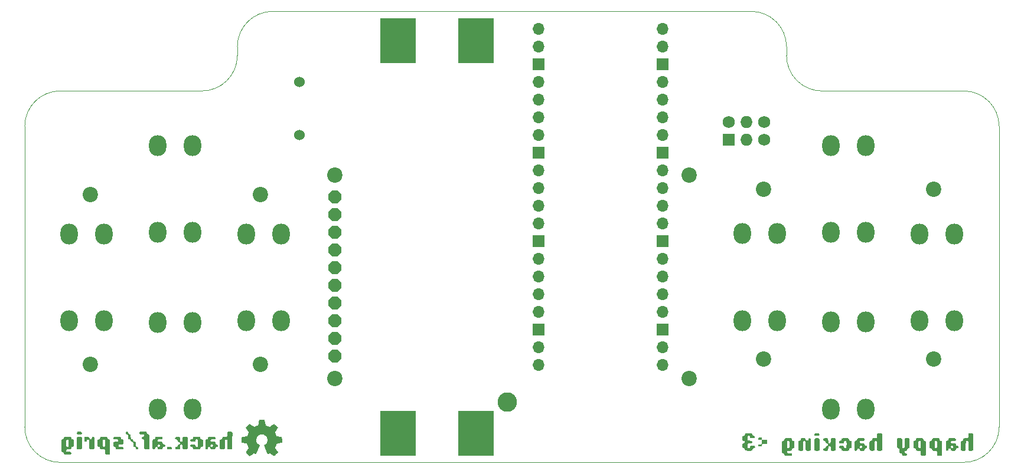
<source format=gbr>
%TF.GenerationSoftware,KiCad,Pcbnew,7.0.10-7.0.10~ubuntu22.04.1*%
%TF.CreationDate,2024-02-12T13:51:06-05:00*%
%TF.ProjectId,sprig_console,73707269-675f-4636-9f6e-736f6c652e6b,rev?*%
%TF.SameCoordinates,Original*%
%TF.FileFunction,Soldermask,Bot*%
%TF.FilePolarity,Negative*%
%FSLAX46Y46*%
G04 Gerber Fmt 4.6, Leading zero omitted, Abs format (unit mm)*
G04 Created by KiCad (PCBNEW 7.0.10-7.0.10~ubuntu22.04.1) date 2024-02-12 13:51:06*
%MOMM*%
%LPD*%
G01*
G04 APERTURE LIST*
G04 Aperture macros list*
%AMOutline5P*
0 Free polygon, 5 corners , with rotation*
0 The origin of the aperture is its center*
0 number of corners: always 5*
0 $1 to $10 corner X, Y*
0 $11 Rotation angle, in degrees counterclockwise*
0 create outline with 5 corners*
4,1,5,$1,$2,$3,$4,$5,$6,$7,$8,$9,$10,$1,$2,$11*%
%AMOutline6P*
0 Free polygon, 6 corners , with rotation*
0 The origin of the aperture is its center*
0 number of corners: always 6*
0 $1 to $12 corner X, Y*
0 $13 Rotation angle, in degrees counterclockwise*
0 create outline with 6 corners*
4,1,6,$1,$2,$3,$4,$5,$6,$7,$8,$9,$10,$11,$12,$1,$2,$13*%
%AMOutline7P*
0 Free polygon, 7 corners , with rotation*
0 The origin of the aperture is its center*
0 number of corners: always 7*
0 $1 to $14 corner X, Y*
0 $15 Rotation angle, in degrees counterclockwise*
0 create outline with 7 corners*
4,1,7,$1,$2,$3,$4,$5,$6,$7,$8,$9,$10,$11,$12,$13,$14,$1,$2,$15*%
%AMOutline8P*
0 Free polygon, 8 corners , with rotation*
0 The origin of the aperture is its center*
0 number of corners: always 8*
0 $1 to $16 corner X, Y*
0 $17 Rotation angle, in degrees counterclockwise*
0 create outline with 8 corners*
4,1,8,$1,$2,$3,$4,$5,$6,$7,$8,$9,$10,$11,$12,$13,$14,$15,$16,$1,$2,$17*%
G04 Aperture macros list end*
%ADD10R,1.727200X1.727200*%
%ADD11C,1.727200*%
%ADD12O,1.727200X1.727200*%
%ADD13O,2.500000X3.000000*%
%ADD14C,2.200000*%
%ADD15Outline8P,-0.900000X0.450000X-0.450000X0.900000X0.450000X0.900000X0.900000X0.450000X0.900000X-0.450000X0.450000X-0.900000X-0.450000X-0.900000X-0.900000X-0.450000X180.000000*%
%ADD16C,1.524000*%
%ADD17C,2.800000*%
%ADD18R,5.100000X6.400000*%
%ADD19O,1.700000X1.700000*%
%ADD20R,1.700000X1.700000*%
%TA.AperFunction,Profile*%
%ADD21C,0.100000*%
%TD*%
G04 APERTURE END LIST*
%TO.C,G\u002A\u002A\u002A*%
G36*
X196213638Y-120271182D02*
G01*
X196268360Y-120271585D01*
X196309092Y-120272587D01*
X196338759Y-120274458D01*
X196360285Y-120277469D01*
X196376595Y-120281892D01*
X196390614Y-120287997D01*
X196405264Y-120296057D01*
X196448538Y-120330210D01*
X196478957Y-120374839D01*
X196494867Y-120425201D01*
X196496641Y-120477698D01*
X196484653Y-120528732D01*
X196459276Y-120574704D01*
X196420884Y-120612016D01*
X196369850Y-120637071D01*
X196366201Y-120637892D01*
X196342478Y-120640274D01*
X196303188Y-120642162D01*
X196251752Y-120643458D01*
X196191591Y-120644068D01*
X196126124Y-120643896D01*
X196060257Y-120643171D01*
X196002689Y-120642039D01*
X195959561Y-120640334D01*
X195927906Y-120637810D01*
X195904760Y-120634222D01*
X195887157Y-120629325D01*
X195872132Y-120622873D01*
X195870052Y-120621821D01*
X195827040Y-120589241D01*
X195796567Y-120544988D01*
X195779497Y-120493528D01*
X195776698Y-120439325D01*
X195789034Y-120386842D01*
X195817373Y-120340544D01*
X195827682Y-120328950D01*
X195845900Y-120310328D01*
X195864236Y-120296201D01*
X195885535Y-120285949D01*
X195912647Y-120278951D01*
X195948417Y-120274588D01*
X195995692Y-120272240D01*
X196057320Y-120271285D01*
X196136148Y-120271105D01*
X196142004Y-120271105D01*
X196213638Y-120271182D01*
G37*
G36*
X196206240Y-120997893D02*
G01*
X196264692Y-120998277D01*
X196308571Y-120999206D01*
X196340720Y-121000918D01*
X196363984Y-121003645D01*
X196381208Y-121007622D01*
X196395235Y-121013085D01*
X196408911Y-121020267D01*
X196415622Y-121024378D01*
X196447656Y-121051592D01*
X196473105Y-121084105D01*
X196497362Y-121125496D01*
X196494675Y-121906154D01*
X196491989Y-122686811D01*
X196468629Y-122719563D01*
X196466024Y-122723043D01*
X196439246Y-122750185D01*
X196408487Y-122771744D01*
X196402347Y-122774832D01*
X196388331Y-122780376D01*
X196371033Y-122784531D01*
X196347658Y-122787499D01*
X196315413Y-122789487D01*
X196271503Y-122790700D01*
X196213134Y-122791341D01*
X196137513Y-122791617D01*
X196063875Y-122791677D01*
X196006046Y-122791390D01*
X195962658Y-122790526D01*
X195930885Y-122788858D01*
X195907898Y-122786160D01*
X195890870Y-122782205D01*
X195876975Y-122776765D01*
X195863385Y-122769615D01*
X195856366Y-122765297D01*
X195824550Y-122738201D01*
X195799372Y-122706086D01*
X195775296Y-122665003D01*
X195775296Y-121902231D01*
X195775377Y-121772109D01*
X195775723Y-121621548D01*
X195776344Y-121490737D01*
X195777241Y-121379507D01*
X195778418Y-121287693D01*
X195779875Y-121215126D01*
X195781616Y-121161640D01*
X195783643Y-121127067D01*
X195785957Y-121111241D01*
X195786975Y-121108705D01*
X195802483Y-121081327D01*
X195823546Y-121054563D01*
X195832313Y-121045437D01*
X195848674Y-121030180D01*
X195865695Y-121018585D01*
X195886147Y-121010151D01*
X195912799Y-121004375D01*
X195948420Y-121000755D01*
X195995779Y-120998791D01*
X196057647Y-120997980D01*
X196136792Y-120997822D01*
X196206240Y-120997893D01*
G37*
G36*
X187975133Y-120907609D02*
G01*
X188006393Y-120907641D01*
X188067725Y-120908056D01*
X188112981Y-120909121D01*
X188144951Y-120911050D01*
X188166431Y-120914062D01*
X188180212Y-120918372D01*
X188189088Y-120924198D01*
X188196895Y-120933647D01*
X188202281Y-120948131D01*
X188205483Y-120971210D01*
X188207022Y-121006697D01*
X188207419Y-121058407D01*
X188207774Y-121106903D01*
X188209312Y-121144336D01*
X188212589Y-121169556D01*
X188218158Y-121186647D01*
X188226572Y-121199691D01*
X188245724Y-121223354D01*
X188609393Y-121226228D01*
X188715221Y-121227330D01*
X188809308Y-121228949D01*
X188883415Y-121231023D01*
X188937574Y-121233553D01*
X188971816Y-121236540D01*
X188986175Y-121239984D01*
X188991836Y-121250301D01*
X188996125Y-121274467D01*
X188998535Y-121314171D01*
X188999289Y-121371642D01*
X188999084Y-121409168D01*
X188997785Y-121451876D01*
X188994912Y-121480609D01*
X188990029Y-121499015D01*
X188982700Y-121510746D01*
X188979806Y-121513607D01*
X188973060Y-121517925D01*
X188962519Y-121521358D01*
X188946151Y-121524009D01*
X188921926Y-121525975D01*
X188887811Y-121527360D01*
X188841775Y-121528261D01*
X188781786Y-121528781D01*
X188705813Y-121529020D01*
X188611824Y-121529077D01*
X188525903Y-121529234D01*
X188441947Y-121529401D01*
X188374650Y-121528846D01*
X188322186Y-121526829D01*
X188282731Y-121522612D01*
X188254458Y-121515456D01*
X188235542Y-121504623D01*
X188224159Y-121489372D01*
X188218483Y-121468966D01*
X188216688Y-121442666D01*
X188216950Y-121409732D01*
X188217443Y-121369425D01*
X188217437Y-121324198D01*
X188216028Y-121284586D01*
X188210889Y-121255203D01*
X188199690Y-121234524D01*
X188180100Y-121221024D01*
X188149789Y-121213178D01*
X188106427Y-121209462D01*
X188047683Y-121208351D01*
X187971227Y-121208319D01*
X187954918Y-121208310D01*
X187889987Y-121207969D01*
X187841799Y-121206989D01*
X187807634Y-121205163D01*
X187784772Y-121202288D01*
X187770495Y-121198157D01*
X187762081Y-121192567D01*
X187758769Y-121188572D01*
X187752698Y-121174310D01*
X187748881Y-121150558D01*
X187746898Y-121113806D01*
X187746330Y-121060543D01*
X187746181Y-121021146D01*
X187746830Y-120981389D01*
X187750653Y-120952156D01*
X187760060Y-120931836D01*
X187777458Y-120918822D01*
X187805256Y-120911501D01*
X187845862Y-120908265D01*
X187901685Y-120907505D01*
X187975133Y-120907609D01*
G37*
G36*
X188507379Y-121538906D02*
G01*
X188606136Y-121539100D01*
X188664816Y-121539135D01*
X188748620Y-121539386D01*
X188815596Y-121539951D01*
X188867760Y-121540916D01*
X188907129Y-121542365D01*
X188935722Y-121544384D01*
X188955555Y-121547057D01*
X188968646Y-121550469D01*
X188977012Y-121554704D01*
X188983938Y-121560083D01*
X188991048Y-121569215D01*
X188995544Y-121583496D01*
X188998021Y-121606648D01*
X188999071Y-121642397D01*
X188999289Y-121694467D01*
X188999195Y-121733134D01*
X188998450Y-121773281D01*
X188996452Y-121799739D01*
X188992610Y-121816234D01*
X188986327Y-121826489D01*
X188977012Y-121834230D01*
X188971904Y-121837126D01*
X188960688Y-121840783D01*
X188943437Y-121843683D01*
X188918151Y-121845909D01*
X188882828Y-121847544D01*
X188835465Y-121848670D01*
X188774062Y-121849372D01*
X188696615Y-121849733D01*
X188601124Y-121849834D01*
X188516320Y-121849680D01*
X188432261Y-121849510D01*
X188364878Y-121850058D01*
X188312345Y-121852063D01*
X188272833Y-121856267D01*
X188244517Y-121863411D01*
X188225570Y-121874236D01*
X188214164Y-121889482D01*
X188208473Y-121909890D01*
X188206669Y-121936201D01*
X188206927Y-121969157D01*
X188207419Y-122009497D01*
X188207287Y-122039342D01*
X188206113Y-122084424D01*
X188203387Y-122114719D01*
X188198706Y-122133694D01*
X188191667Y-122144817D01*
X188189446Y-122146775D01*
X188179574Y-122151808D01*
X188163050Y-122155486D01*
X188137197Y-122158004D01*
X188099336Y-122159560D01*
X188046788Y-122160349D01*
X187976874Y-122160568D01*
X187952104Y-122160548D01*
X187888123Y-122160165D01*
X187840638Y-122159148D01*
X187806969Y-122157301D01*
X187784439Y-122154428D01*
X187770370Y-122150332D01*
X187762081Y-122144817D01*
X187758769Y-122140822D01*
X187752698Y-122126559D01*
X187748881Y-122102808D01*
X187746898Y-122066056D01*
X187746330Y-122012792D01*
X187746215Y-121979285D01*
X187746685Y-121937602D01*
X187750096Y-121906916D01*
X187758890Y-121885551D01*
X187775508Y-121871831D01*
X187802393Y-121864078D01*
X187841986Y-121860616D01*
X187896728Y-121859768D01*
X187969063Y-121859858D01*
X188019169Y-121859691D01*
X188081222Y-121858611D01*
X188127623Y-121856204D01*
X188161025Y-121852093D01*
X188184081Y-121845902D01*
X188199445Y-121837257D01*
X188209771Y-121825781D01*
X188212523Y-121813168D01*
X188214956Y-121784432D01*
X188216631Y-121744228D01*
X188217289Y-121696973D01*
X188217019Y-121666267D01*
X188216614Y-121631745D01*
X188217844Y-121604056D01*
X188222549Y-121582454D01*
X188232571Y-121566192D01*
X188249748Y-121554521D01*
X188275921Y-121546696D01*
X188312931Y-121541970D01*
X188362617Y-121539594D01*
X188426820Y-121538821D01*
X188507379Y-121538906D01*
G37*
G36*
X218239578Y-120276215D02*
G01*
X218313070Y-120277099D01*
X218370587Y-120279441D01*
X218414692Y-120283878D01*
X218447946Y-120291052D01*
X218472914Y-120301600D01*
X218492158Y-120316163D01*
X218508242Y-120335380D01*
X218523727Y-120359891D01*
X218549345Y-120403605D01*
X218546712Y-121545991D01*
X218544080Y-122688376D01*
X218517221Y-122723589D01*
X218512179Y-122729803D01*
X218485025Y-122756180D01*
X218457078Y-122775203D01*
X218446806Y-122779461D01*
X218429633Y-122783860D01*
X218405734Y-122787104D01*
X218372446Y-122789357D01*
X218327104Y-122790786D01*
X218267045Y-122791556D01*
X218189604Y-122791832D01*
X218118776Y-122791826D01*
X218060210Y-122791495D01*
X218016215Y-122790607D01*
X217983966Y-122788935D01*
X217960640Y-122786254D01*
X217943414Y-122782337D01*
X217929463Y-122776957D01*
X217915964Y-122769889D01*
X217908704Y-122765451D01*
X217878034Y-122740376D01*
X217854457Y-122712252D01*
X217853065Y-122710004D01*
X217848673Y-122702328D01*
X217844933Y-122693678D01*
X217841777Y-122682463D01*
X217839137Y-122667095D01*
X217836946Y-122645984D01*
X217835134Y-122617540D01*
X217833635Y-122580175D01*
X217832380Y-122532299D01*
X217831301Y-122472323D01*
X217830331Y-122398658D01*
X217829400Y-122309714D01*
X217828442Y-122203902D01*
X217827387Y-122079632D01*
X217822375Y-121482476D01*
X217797488Y-121446169D01*
X217789268Y-121435066D01*
X217747482Y-121396960D01*
X217698378Y-121374837D01*
X217645839Y-121368696D01*
X217593750Y-121378537D01*
X217545995Y-121404362D01*
X217506457Y-121446169D01*
X217481570Y-121482476D01*
X217476559Y-122079632D01*
X217476242Y-122117311D01*
X217475222Y-122236116D01*
X217474279Y-122336920D01*
X217473344Y-122421313D01*
X217472349Y-122490883D01*
X217471226Y-122547221D01*
X217469908Y-122591915D01*
X217468326Y-122626554D01*
X217466413Y-122652729D01*
X217464099Y-122672028D01*
X217461318Y-122686040D01*
X217458001Y-122696355D01*
X217454081Y-122704563D01*
X217449489Y-122712252D01*
X217444445Y-122719560D01*
X217417922Y-122747727D01*
X217387093Y-122770388D01*
X217382890Y-122772730D01*
X217369924Y-122779267D01*
X217356150Y-122784175D01*
X217338819Y-122787644D01*
X217315182Y-122789864D01*
X217282492Y-122791025D01*
X217238001Y-122791317D01*
X217178961Y-122790930D01*
X217102623Y-122790054D01*
X216858492Y-122787048D01*
X216823119Y-122760049D01*
X216819086Y-122756991D01*
X216805851Y-122746907D01*
X216794570Y-122737127D01*
X216785087Y-122726087D01*
X216777244Y-122712221D01*
X216770888Y-122693963D01*
X216765862Y-122669748D01*
X216762010Y-122638009D01*
X216759177Y-122597183D01*
X216757207Y-122545702D01*
X216755945Y-122482002D01*
X216755234Y-122404517D01*
X216754919Y-122311681D01*
X216754844Y-122201929D01*
X216754854Y-122073696D01*
X216754859Y-122014785D01*
X216754923Y-121899422D01*
X216755099Y-121801781D01*
X216755433Y-121720266D01*
X216755974Y-121653278D01*
X216756769Y-121599221D01*
X216757866Y-121556497D01*
X216759311Y-121523511D01*
X216761153Y-121498664D01*
X216763438Y-121480360D01*
X216766215Y-121467001D01*
X216769530Y-121456990D01*
X216773432Y-121448731D01*
X216779374Y-121438473D01*
X216817561Y-121396283D01*
X216870921Y-121366411D01*
X216938484Y-121349438D01*
X216993443Y-121337600D01*
X217040932Y-121314958D01*
X217074814Y-121280355D01*
X217097182Y-121231557D01*
X217110128Y-121166333D01*
X217112345Y-121151788D01*
X217131897Y-121093376D01*
X217165917Y-121045790D01*
X217212272Y-121012244D01*
X217213564Y-121011617D01*
X217228581Y-121005514D01*
X217246959Y-121000731D01*
X217271477Y-120997020D01*
X217304917Y-120994138D01*
X217350061Y-120991837D01*
X217409689Y-120989872D01*
X217486582Y-120987996D01*
X217549699Y-120986524D01*
X217616428Y-120984404D01*
X217667756Y-120981450D01*
X217706315Y-120976999D01*
X217734736Y-120970388D01*
X217755648Y-120960953D01*
X217771683Y-120948032D01*
X217785472Y-120930961D01*
X217799646Y-120909077D01*
X217806803Y-120896625D01*
X217812385Y-120883277D01*
X217816628Y-120866348D01*
X217819808Y-120843096D01*
X217822199Y-120810774D01*
X217824076Y-120766640D01*
X217825714Y-120707949D01*
X217827387Y-120631957D01*
X217828454Y-120582270D01*
X217830261Y-120514067D01*
X217832539Y-120461575D01*
X217835790Y-120422086D01*
X217840515Y-120392894D01*
X217847214Y-120371292D01*
X217856387Y-120354572D01*
X217868536Y-120340029D01*
X217884161Y-120324954D01*
X217890976Y-120318703D01*
X217907309Y-120305018D01*
X217923941Y-120294630D01*
X217943692Y-120287083D01*
X217969383Y-120281926D01*
X218003836Y-120278704D01*
X218049873Y-120276965D01*
X218110314Y-120276253D01*
X218187980Y-120276117D01*
X218239578Y-120276215D01*
G37*
G36*
X205158678Y-120276215D02*
G01*
X205232170Y-120277099D01*
X205289687Y-120279441D01*
X205333792Y-120283878D01*
X205367047Y-120291052D01*
X205392014Y-120301600D01*
X205411259Y-120316163D01*
X205427342Y-120335380D01*
X205442827Y-120359891D01*
X205468445Y-120403605D01*
X205465813Y-121545991D01*
X205463180Y-122688376D01*
X205436321Y-122723589D01*
X205431280Y-122729803D01*
X205404126Y-122756180D01*
X205376179Y-122775203D01*
X205365906Y-122779461D01*
X205348733Y-122783860D01*
X205324834Y-122787104D01*
X205291546Y-122789357D01*
X205246204Y-122790786D01*
X205186145Y-122791556D01*
X205108705Y-122791832D01*
X205037876Y-122791826D01*
X204979310Y-122791495D01*
X204935315Y-122790607D01*
X204903066Y-122788935D01*
X204879740Y-122786254D01*
X204862514Y-122782337D01*
X204848563Y-122776957D01*
X204835064Y-122769889D01*
X204827804Y-122765451D01*
X204797134Y-122740376D01*
X204773557Y-122712252D01*
X204772165Y-122710004D01*
X204767773Y-122702328D01*
X204764033Y-122693678D01*
X204760877Y-122682463D01*
X204758237Y-122667095D01*
X204756046Y-122645984D01*
X204754235Y-122617540D01*
X204752735Y-122580175D01*
X204751480Y-122532299D01*
X204750401Y-122472323D01*
X204749431Y-122398658D01*
X204748500Y-122309714D01*
X204747542Y-122203902D01*
X204746488Y-122079632D01*
X204741476Y-121482476D01*
X204716589Y-121446169D01*
X204708368Y-121435066D01*
X204666582Y-121396960D01*
X204617478Y-121374837D01*
X204564939Y-121368696D01*
X204512850Y-121378537D01*
X204465095Y-121404362D01*
X204425558Y-121446169D01*
X204400671Y-121482476D01*
X204395659Y-122079632D01*
X204395342Y-122117311D01*
X204394322Y-122236116D01*
X204393379Y-122336920D01*
X204392444Y-122421313D01*
X204391449Y-122490883D01*
X204390327Y-122547221D01*
X204389008Y-122591915D01*
X204387426Y-122626554D01*
X204385513Y-122652729D01*
X204383199Y-122672028D01*
X204380418Y-122686040D01*
X204377102Y-122696355D01*
X204373181Y-122704563D01*
X204368589Y-122712252D01*
X204363545Y-122719560D01*
X204337022Y-122747727D01*
X204306193Y-122770388D01*
X204301990Y-122772730D01*
X204289025Y-122779267D01*
X204275250Y-122784175D01*
X204257919Y-122787644D01*
X204234282Y-122789864D01*
X204201592Y-122791025D01*
X204157101Y-122791317D01*
X204098061Y-122790930D01*
X204021724Y-122790054D01*
X203777592Y-122787048D01*
X203742219Y-122760049D01*
X203738186Y-122756991D01*
X203724952Y-122746907D01*
X203713671Y-122737127D01*
X203704187Y-122726087D01*
X203696345Y-122712221D01*
X203689988Y-122693963D01*
X203684962Y-122669748D01*
X203681111Y-122638009D01*
X203678278Y-122597183D01*
X203676308Y-122545702D01*
X203675045Y-122482002D01*
X203674334Y-122404517D01*
X203674019Y-122311681D01*
X203673944Y-122201929D01*
X203673954Y-122073696D01*
X203673959Y-122014785D01*
X203674023Y-121899422D01*
X203674199Y-121801781D01*
X203674534Y-121720266D01*
X203675075Y-121653278D01*
X203675870Y-121599221D01*
X203676966Y-121556497D01*
X203678411Y-121523511D01*
X203680253Y-121498664D01*
X203682538Y-121480360D01*
X203685315Y-121467001D01*
X203688631Y-121456990D01*
X203692532Y-121448731D01*
X203698474Y-121438473D01*
X203736661Y-121396283D01*
X203790021Y-121366411D01*
X203857584Y-121349438D01*
X203912543Y-121337600D01*
X203960032Y-121314958D01*
X203993915Y-121280355D01*
X204016282Y-121231557D01*
X204029229Y-121166333D01*
X204031445Y-121151788D01*
X204050998Y-121093376D01*
X204085017Y-121045790D01*
X204131372Y-121012244D01*
X204132664Y-121011617D01*
X204147682Y-121005514D01*
X204166059Y-121000731D01*
X204190577Y-120997020D01*
X204224017Y-120994138D01*
X204269161Y-120991837D01*
X204328789Y-120989872D01*
X204405682Y-120987996D01*
X204468800Y-120986524D01*
X204535528Y-120984404D01*
X204586857Y-120981450D01*
X204625416Y-120976999D01*
X204653836Y-120970388D01*
X204674748Y-120960953D01*
X204690784Y-120948032D01*
X204704573Y-120930961D01*
X204718746Y-120909077D01*
X204725904Y-120896625D01*
X204731485Y-120883277D01*
X204735728Y-120866348D01*
X204738908Y-120843096D01*
X204741299Y-120810774D01*
X204743177Y-120766640D01*
X204744814Y-120707949D01*
X204746488Y-120631957D01*
X204747555Y-120582270D01*
X204749361Y-120514067D01*
X204751639Y-120461575D01*
X204754890Y-120422086D01*
X204759615Y-120392894D01*
X204766314Y-120371292D01*
X204775488Y-120354572D01*
X204787636Y-120340029D01*
X204803261Y-120324954D01*
X204810076Y-120318703D01*
X204826410Y-120305018D01*
X204843041Y-120294630D01*
X204862792Y-120287083D01*
X204888483Y-120281926D01*
X204922937Y-120278704D01*
X204968973Y-120276965D01*
X205029414Y-120276253D01*
X205107080Y-120276117D01*
X205158678Y-120276215D01*
G37*
G36*
X194182293Y-120992844D02*
G01*
X194246324Y-120993390D01*
X194303882Y-120994515D01*
X194351574Y-120996117D01*
X194386006Y-120998088D01*
X194403785Y-121000325D01*
X194412804Y-121003418D01*
X194449159Y-121024617D01*
X194483703Y-121056007D01*
X194508858Y-121091046D01*
X194516424Y-121110375D01*
X194525835Y-121146149D01*
X194532627Y-121185418D01*
X194538876Y-121218827D01*
X194561554Y-121273918D01*
X194597104Y-121314678D01*
X194644344Y-121339968D01*
X194702093Y-121348650D01*
X194708001Y-121348562D01*
X194765100Y-121337752D01*
X194813356Y-121310541D01*
X194850574Y-121269286D01*
X194874564Y-121216343D01*
X194883132Y-121154069D01*
X194888105Y-121125368D01*
X194907250Y-121084981D01*
X194936656Y-121047606D01*
X194971910Y-121019912D01*
X194982799Y-121014229D01*
X195038246Y-120997105D01*
X195094090Y-120997084D01*
X195146372Y-121013086D01*
X195191129Y-121044029D01*
X195224400Y-121088832D01*
X195227811Y-121095894D01*
X195231037Y-121104291D01*
X195233803Y-121114806D01*
X195236138Y-121128819D01*
X195238072Y-121147707D01*
X195239632Y-121172851D01*
X195240849Y-121205630D01*
X195241752Y-121247423D01*
X195242369Y-121299608D01*
X195242731Y-121363566D01*
X195242865Y-121440675D01*
X195242801Y-121532315D01*
X195242569Y-121639864D01*
X195242197Y-121764702D01*
X195241715Y-121908208D01*
X195239029Y-122688380D01*
X195212169Y-122723591D01*
X195207129Y-122729803D01*
X195179975Y-122756180D01*
X195152027Y-122775203D01*
X195141755Y-122779461D01*
X195124582Y-122783860D01*
X195100683Y-122787104D01*
X195067394Y-122789357D01*
X195022052Y-122790786D01*
X194961993Y-122791556D01*
X194884553Y-122791832D01*
X194813724Y-122791826D01*
X194755159Y-122791495D01*
X194711163Y-122790607D01*
X194678915Y-122788935D01*
X194655589Y-122786254D01*
X194638362Y-122782337D01*
X194624411Y-122776957D01*
X194610913Y-122769889D01*
X194603653Y-122765451D01*
X194572983Y-122740376D01*
X194549406Y-122712252D01*
X194548014Y-122710004D01*
X194543622Y-122702328D01*
X194539882Y-122693678D01*
X194536726Y-122682463D01*
X194534086Y-122667095D01*
X194531894Y-122645984D01*
X194530083Y-122617540D01*
X194528584Y-122580175D01*
X194527329Y-122532299D01*
X194526250Y-122472323D01*
X194525279Y-122398658D01*
X194524349Y-122309714D01*
X194523390Y-122203902D01*
X194522336Y-122079632D01*
X194517324Y-121482476D01*
X194492437Y-121446169D01*
X194484217Y-121435066D01*
X194442431Y-121396960D01*
X194393327Y-121374837D01*
X194340788Y-121368696D01*
X194288699Y-121378537D01*
X194240944Y-121404362D01*
X194201406Y-121446169D01*
X194176519Y-121482476D01*
X194171507Y-122079632D01*
X194171191Y-122117311D01*
X194170171Y-122236116D01*
X194169227Y-122336920D01*
X194168292Y-122421313D01*
X194167297Y-122490883D01*
X194166175Y-122547221D01*
X194164857Y-122591915D01*
X194163275Y-122626554D01*
X194161361Y-122652729D01*
X194159048Y-122672028D01*
X194156267Y-122686040D01*
X194152950Y-122696355D01*
X194149030Y-122704563D01*
X194144437Y-122712252D01*
X194139394Y-122719560D01*
X194112870Y-122747727D01*
X194082042Y-122770388D01*
X194077838Y-122772730D01*
X194064873Y-122779267D01*
X194051099Y-122784175D01*
X194033767Y-122787644D01*
X194010131Y-122789864D01*
X193977441Y-122791025D01*
X193932950Y-122791317D01*
X193873909Y-122790930D01*
X193797572Y-122790054D01*
X193553440Y-122787048D01*
X193518067Y-122760049D01*
X193514034Y-122756991D01*
X193500800Y-122746907D01*
X193489519Y-122737127D01*
X193480035Y-122726087D01*
X193472193Y-122712221D01*
X193465837Y-122693963D01*
X193460811Y-122669748D01*
X193456959Y-122638009D01*
X193454126Y-122597183D01*
X193452156Y-122545702D01*
X193450894Y-122482002D01*
X193450183Y-122404517D01*
X193449868Y-122311681D01*
X193449793Y-122201929D01*
X193449802Y-122073696D01*
X193449808Y-122014785D01*
X193449872Y-121899422D01*
X193450047Y-121801781D01*
X193450382Y-121720266D01*
X193450923Y-121653278D01*
X193451718Y-121599221D01*
X193452815Y-121556497D01*
X193454260Y-121523511D01*
X193456101Y-121498664D01*
X193458387Y-121480360D01*
X193461164Y-121467001D01*
X193464479Y-121456990D01*
X193468381Y-121448731D01*
X193474433Y-121438288D01*
X193512722Y-121396063D01*
X193566350Y-121366267D01*
X193634720Y-121349256D01*
X193681280Y-121340023D01*
X193730089Y-121319619D01*
X193764884Y-121287816D01*
X193788161Y-121242094D01*
X193802412Y-121179937D01*
X193807372Y-121152822D01*
X193828468Y-121091124D01*
X193861502Y-121044599D01*
X193907221Y-121012046D01*
X193907626Y-121011846D01*
X193922465Y-121005444D01*
X193939483Y-121000645D01*
X193961658Y-120997223D01*
X193991968Y-120994955D01*
X194033390Y-120993613D01*
X194088903Y-120992973D01*
X194161484Y-120992810D01*
X194182293Y-120992844D01*
G37*
G36*
X216405166Y-122306685D02*
G01*
X216395349Y-122332069D01*
X216364667Y-122374597D01*
X216321604Y-122409292D01*
X216271019Y-122432665D01*
X216217768Y-122441231D01*
X216183112Y-122445226D01*
X216135617Y-122465958D01*
X216096840Y-122502502D01*
X216068783Y-122552744D01*
X216053454Y-122614569D01*
X216048684Y-122645939D01*
X216041814Y-122678085D01*
X216035170Y-122697835D01*
X216028017Y-122708640D01*
X216004584Y-122734911D01*
X215975390Y-122761197D01*
X215947948Y-122780390D01*
X215946422Y-122781091D01*
X215925842Y-122785128D01*
X215889326Y-122788267D01*
X215840418Y-122790522D01*
X215782663Y-122791907D01*
X215719606Y-122792436D01*
X215654792Y-122792122D01*
X215591765Y-122790978D01*
X215534071Y-122789020D01*
X215485254Y-122786259D01*
X215448860Y-122782711D01*
X215428432Y-122778388D01*
X215385963Y-122750452D01*
X215352120Y-122707826D01*
X215329707Y-122655052D01*
X215321359Y-122596598D01*
X215318141Y-122573338D01*
X215300647Y-122531563D01*
X215271816Y-122492681D01*
X215236062Y-122463574D01*
X215200829Y-122448845D01*
X215147115Y-122442188D01*
X215093558Y-122450969D01*
X215046931Y-122474784D01*
X215032145Y-122486656D01*
X215010495Y-122508915D01*
X214995410Y-122535019D01*
X214984199Y-122570352D01*
X214974171Y-122620294D01*
X214961423Y-122672281D01*
X214935699Y-122725878D01*
X214899054Y-122763176D01*
X214850632Y-122784972D01*
X214789579Y-122792060D01*
X214773087Y-122791389D01*
X214716034Y-122777732D01*
X214667930Y-122747947D01*
X214632232Y-122703971D01*
X214609787Y-122664035D01*
X214609787Y-122270459D01*
X215337386Y-122270459D01*
X215348603Y-122320011D01*
X215374482Y-122364601D01*
X215415155Y-122400186D01*
X215463035Y-122420849D01*
X215515877Y-122426360D01*
X215566732Y-122416295D01*
X215612204Y-122392479D01*
X215648891Y-122356736D01*
X215673396Y-122310891D01*
X215682320Y-122256768D01*
X215678828Y-122221266D01*
X215659956Y-122171157D01*
X215627488Y-122131201D01*
X215584571Y-122103201D01*
X215534350Y-122088962D01*
X215479972Y-122090287D01*
X215424582Y-122108982D01*
X215390407Y-122132450D01*
X215358419Y-122172636D01*
X215340702Y-122219987D01*
X215337386Y-122270459D01*
X214609787Y-122270459D01*
X214609787Y-121482883D01*
X214638506Y-121437598D01*
X214657593Y-121411974D01*
X214693471Y-121381843D01*
X214740622Y-121361332D01*
X214803086Y-121348248D01*
X214846630Y-121339141D01*
X214892586Y-121318337D01*
X214926263Y-121285496D01*
X214949916Y-121238204D01*
X214965795Y-121174052D01*
X214976187Y-121127623D01*
X214996901Y-121076685D01*
X215026726Y-121039201D01*
X215067804Y-121011762D01*
X215068375Y-121011480D01*
X215079190Y-121006740D01*
X215091840Y-121002874D01*
X215108347Y-120999793D01*
X215130734Y-120997411D01*
X215161027Y-120995637D01*
X215201248Y-120994383D01*
X215253422Y-120993562D01*
X215319572Y-120993085D01*
X215401721Y-120992864D01*
X215501894Y-120992810D01*
X215524086Y-120992822D01*
X215611129Y-120993097D01*
X215692118Y-120993707D01*
X215764721Y-120994610D01*
X215826604Y-120995765D01*
X215875437Y-120997130D01*
X215908887Y-120998664D01*
X215924622Y-121000325D01*
X215959018Y-121015319D01*
X215998962Y-121049044D01*
X216029058Y-121094012D01*
X216047245Y-121145724D01*
X216051464Y-121199685D01*
X216039654Y-121251398D01*
X216028801Y-121271364D01*
X215997342Y-121308029D01*
X215957233Y-121338987D01*
X215915645Y-121358071D01*
X215913988Y-121358488D01*
X215890186Y-121361689D01*
X215850568Y-121364470D01*
X215798901Y-121366666D01*
X215738950Y-121368111D01*
X215674480Y-121368642D01*
X215616213Y-121368829D01*
X215551273Y-121369926D01*
X215501441Y-121372516D01*
X215463861Y-121377174D01*
X215435673Y-121384471D01*
X215414022Y-121394981D01*
X215396050Y-121409277D01*
X215378900Y-121427933D01*
X215369523Y-121440015D01*
X215344050Y-121491327D01*
X215336952Y-121545727D01*
X215348244Y-121599550D01*
X215377943Y-121649131D01*
X215387974Y-121660793D01*
X215401940Y-121674821D01*
X215417309Y-121685543D01*
X215436742Y-121693479D01*
X215462903Y-121699147D01*
X215498456Y-121703064D01*
X215546063Y-121705751D01*
X215608389Y-121707724D01*
X215688096Y-121709503D01*
X215728097Y-121710339D01*
X215794759Y-121711861D01*
X215845506Y-121713435D01*
X215883093Y-121715371D01*
X215910274Y-121717983D01*
X215929805Y-121721582D01*
X215944442Y-121726480D01*
X215956938Y-121732988D01*
X215970050Y-121741418D01*
X215984358Y-121752215D01*
X216019979Y-121792978D01*
X216044236Y-121842469D01*
X216053196Y-121893493D01*
X216053488Y-121901105D01*
X216063245Y-121944833D01*
X216083599Y-121988584D01*
X216110133Y-122022361D01*
X216112254Y-122024223D01*
X216149241Y-122047242D01*
X216194890Y-122063924D01*
X216238712Y-122070355D01*
X216244482Y-122070465D01*
X216296179Y-122081585D01*
X216341115Y-122108554D01*
X216376884Y-122147961D01*
X216401085Y-122196393D01*
X216411313Y-122250439D01*
X216410621Y-122256768D01*
X216405166Y-122306685D01*
G37*
G36*
X203324267Y-122306685D02*
G01*
X203314449Y-122332069D01*
X203283767Y-122374597D01*
X203240705Y-122409292D01*
X203190119Y-122432665D01*
X203136868Y-122441231D01*
X203102212Y-122445226D01*
X203054717Y-122465958D01*
X203015940Y-122502502D01*
X202987884Y-122552744D01*
X202972554Y-122614569D01*
X202967784Y-122645939D01*
X202960914Y-122678085D01*
X202954270Y-122697835D01*
X202947117Y-122708640D01*
X202923684Y-122734911D01*
X202894490Y-122761197D01*
X202867048Y-122780390D01*
X202865523Y-122781091D01*
X202844943Y-122785128D01*
X202808426Y-122788267D01*
X202759518Y-122790522D01*
X202701763Y-122791907D01*
X202638706Y-122792436D01*
X202573892Y-122792122D01*
X202510865Y-122790978D01*
X202453171Y-122789020D01*
X202404355Y-122786259D01*
X202367960Y-122782711D01*
X202347533Y-122778388D01*
X202305063Y-122750452D01*
X202271220Y-122707826D01*
X202248808Y-122655052D01*
X202240459Y-122596598D01*
X202237241Y-122573338D01*
X202219747Y-122531563D01*
X202190916Y-122492681D01*
X202155162Y-122463574D01*
X202119929Y-122448845D01*
X202066215Y-122442188D01*
X202012659Y-122450969D01*
X201966032Y-122474784D01*
X201951245Y-122486656D01*
X201929595Y-122508915D01*
X201914510Y-122535019D01*
X201903299Y-122570352D01*
X201893271Y-122620294D01*
X201880523Y-122672281D01*
X201854799Y-122725878D01*
X201818154Y-122763176D01*
X201769732Y-122784972D01*
X201708679Y-122792060D01*
X201692187Y-122791389D01*
X201635134Y-122777732D01*
X201587030Y-122747947D01*
X201551332Y-122703971D01*
X201528887Y-122664035D01*
X201528887Y-122270459D01*
X202256487Y-122270459D01*
X202267703Y-122320011D01*
X202293582Y-122364601D01*
X202334255Y-122400186D01*
X202382135Y-122420849D01*
X202434977Y-122426360D01*
X202485833Y-122416295D01*
X202531304Y-122392479D01*
X202567992Y-122356736D01*
X202592497Y-122310891D01*
X202601420Y-122256768D01*
X202597928Y-122221266D01*
X202579056Y-122171157D01*
X202546588Y-122131201D01*
X202503671Y-122103201D01*
X202453450Y-122088962D01*
X202399072Y-122090287D01*
X202343683Y-122108982D01*
X202309507Y-122132450D01*
X202277520Y-122172636D01*
X202259803Y-122219987D01*
X202256487Y-122270459D01*
X201528887Y-122270459D01*
X201528887Y-121482883D01*
X201557606Y-121437598D01*
X201576694Y-121411974D01*
X201612571Y-121381843D01*
X201659722Y-121361332D01*
X201722186Y-121348248D01*
X201765730Y-121339141D01*
X201811686Y-121318337D01*
X201845364Y-121285496D01*
X201869016Y-121238204D01*
X201884895Y-121174052D01*
X201895287Y-121127623D01*
X201916001Y-121076685D01*
X201945826Y-121039201D01*
X201986904Y-121011762D01*
X201987475Y-121011480D01*
X201998291Y-121006740D01*
X202010940Y-121002874D01*
X202027447Y-120999793D01*
X202049835Y-120997411D01*
X202080127Y-120995637D01*
X202120349Y-120994383D01*
X202172522Y-120993562D01*
X202238672Y-120993085D01*
X202320821Y-120992864D01*
X202420994Y-120992810D01*
X202443186Y-120992822D01*
X202530230Y-120993097D01*
X202611219Y-120993707D01*
X202683821Y-120994610D01*
X202745705Y-120995765D01*
X202794537Y-120997130D01*
X202827987Y-120998664D01*
X202843722Y-121000325D01*
X202878119Y-121015319D01*
X202918062Y-121049044D01*
X202948158Y-121094012D01*
X202966345Y-121145724D01*
X202970564Y-121199685D01*
X202958754Y-121251398D01*
X202947901Y-121271364D01*
X202916442Y-121308029D01*
X202876333Y-121338987D01*
X202834745Y-121358071D01*
X202833088Y-121358488D01*
X202809286Y-121361689D01*
X202769669Y-121364470D01*
X202718001Y-121366666D01*
X202658050Y-121368111D01*
X202593581Y-121368642D01*
X202535313Y-121368829D01*
X202470373Y-121369926D01*
X202420542Y-121372516D01*
X202382961Y-121377174D01*
X202354774Y-121384471D01*
X202333123Y-121394981D01*
X202315151Y-121409277D01*
X202298000Y-121427933D01*
X202288623Y-121440015D01*
X202263150Y-121491327D01*
X202256052Y-121545727D01*
X202267344Y-121599550D01*
X202297043Y-121649131D01*
X202307074Y-121660793D01*
X202321041Y-121674821D01*
X202336409Y-121685543D01*
X202355842Y-121693479D01*
X202382003Y-121699147D01*
X202417556Y-121703064D01*
X202465163Y-121705751D01*
X202527489Y-121707724D01*
X202607196Y-121709503D01*
X202647197Y-121710339D01*
X202713860Y-121711861D01*
X202764606Y-121713435D01*
X202802193Y-121715371D01*
X202829374Y-121717983D01*
X202848906Y-121721582D01*
X202863542Y-121726480D01*
X202876039Y-121732988D01*
X202889151Y-121741418D01*
X202903458Y-121752215D01*
X202939079Y-121792978D01*
X202963337Y-121842469D01*
X202972297Y-121893493D01*
X202972588Y-121901105D01*
X202982345Y-121944833D01*
X203002699Y-121988584D01*
X203029233Y-122022361D01*
X203031354Y-122024223D01*
X203068342Y-122047242D01*
X203113991Y-122063924D01*
X203157812Y-122070355D01*
X203163582Y-122070465D01*
X203215280Y-122081585D01*
X203260215Y-122108554D01*
X203295984Y-122147961D01*
X203320185Y-122196393D01*
X203330413Y-122250439D01*
X203329721Y-122256768D01*
X203324267Y-122306685D01*
G37*
G36*
X209131314Y-120998116D02*
G01*
X209189248Y-120998552D01*
X209232714Y-120999527D01*
X209264544Y-121001278D01*
X209287568Y-121004040D01*
X209304618Y-121008048D01*
X209318523Y-121013537D01*
X209332116Y-121020744D01*
X209337921Y-121024288D01*
X209369876Y-121051277D01*
X209394727Y-121083227D01*
X209417447Y-121123118D01*
X209414978Y-121725325D01*
X209412510Y-122327532D01*
X209384426Y-122364345D01*
X209361649Y-122390228D01*
X209329232Y-122413866D01*
X209287823Y-122429725D01*
X209231962Y-122440533D01*
X209179744Y-122451849D01*
X209132030Y-122474502D01*
X209097884Y-122509222D01*
X209075294Y-122558181D01*
X209062247Y-122623549D01*
X209056180Y-122656876D01*
X209033603Y-122711518D01*
X208996414Y-122752818D01*
X208944124Y-122781232D01*
X208876243Y-122797219D01*
X208851686Y-122801044D01*
X208805326Y-122814169D01*
X208769809Y-122835726D01*
X208738935Y-122868953D01*
X208728223Y-122883986D01*
X208717168Y-122906462D01*
X208712080Y-122933373D01*
X208710852Y-122972486D01*
X208711268Y-122998481D01*
X208714628Y-123029148D01*
X208723148Y-123052405D01*
X208738935Y-123076020D01*
X208740265Y-123077748D01*
X208777179Y-123114750D01*
X208821770Y-123137791D01*
X208879288Y-123149624D01*
X208910415Y-123155323D01*
X208959328Y-123172851D01*
X209001311Y-123197779D01*
X209029809Y-123226749D01*
X209046023Y-123256892D01*
X209060707Y-123312348D01*
X209058911Y-123368048D01*
X209041593Y-123420042D01*
X209009712Y-123464382D01*
X208964224Y-123497116D01*
X208945005Y-123502308D01*
X208908269Y-123507001D01*
X208858672Y-123510639D01*
X208799868Y-123513206D01*
X208735508Y-123514684D01*
X208669244Y-123515055D01*
X208604730Y-123514301D01*
X208545617Y-123512404D01*
X208495558Y-123509348D01*
X208458204Y-123505113D01*
X208437209Y-123499682D01*
X208406741Y-123479049D01*
X208369062Y-123435961D01*
X208344020Y-123383195D01*
X208334799Y-123326143D01*
X208334799Y-123326084D01*
X208325705Y-123279016D01*
X208301584Y-123234917D01*
X208266489Y-123198049D01*
X208224475Y-123172671D01*
X208179597Y-123163045D01*
X208153746Y-123161216D01*
X208096879Y-123145499D01*
X208047124Y-123116054D01*
X208008567Y-123075734D01*
X207985292Y-123027391D01*
X207981894Y-123006380D01*
X207978744Y-122967189D01*
X207976311Y-122914121D01*
X207974737Y-122850390D01*
X207974168Y-122779209D01*
X207973869Y-122706060D01*
X207972555Y-122643068D01*
X207969643Y-122594792D01*
X207964551Y-122558456D01*
X207956696Y-122531283D01*
X207945494Y-122510497D01*
X207930363Y-122493321D01*
X207910720Y-122476978D01*
X207902609Y-122471213D01*
X207862575Y-122452288D01*
X207808843Y-122440533D01*
X207763449Y-122432350D01*
X207719428Y-122417792D01*
X207685558Y-122396033D01*
X207656378Y-122364345D01*
X207628295Y-122327532D01*
X207625826Y-121725325D01*
X207623358Y-121123118D01*
X207646078Y-121083227D01*
X207649640Y-121077423D01*
X207676707Y-121045510D01*
X207708689Y-121020744D01*
X207721899Y-121013720D01*
X207735756Y-121008184D01*
X207752676Y-121004136D01*
X207775488Y-121001342D01*
X207807025Y-120999565D01*
X207850117Y-120998571D01*
X207907595Y-120998123D01*
X207982289Y-120997987D01*
X208045848Y-120998193D01*
X208122287Y-120999381D01*
X208180080Y-121001604D01*
X208218769Y-121004840D01*
X208237892Y-121009070D01*
X208246902Y-121014265D01*
X208277665Y-121037547D01*
X208307566Y-121066376D01*
X208328309Y-121093047D01*
X208330237Y-121099574D01*
X208332796Y-121120353D01*
X208335105Y-121155299D01*
X208337187Y-121205250D01*
X208339064Y-121271047D01*
X208340761Y-121353531D01*
X208342298Y-121453542D01*
X208343700Y-121571919D01*
X208344988Y-121709503D01*
X208345295Y-121746009D01*
X208346316Y-121864899D01*
X208347261Y-121965776D01*
X208348197Y-122050229D01*
X208349191Y-122119849D01*
X208350314Y-122176227D01*
X208351632Y-122220953D01*
X208353214Y-122255618D01*
X208355127Y-122281811D01*
X208357441Y-122301124D01*
X208360222Y-122315146D01*
X208363540Y-122325469D01*
X208367463Y-122333682D01*
X208372058Y-122341376D01*
X208392112Y-122367335D01*
X208434355Y-122399316D01*
X208483730Y-122416774D01*
X208536047Y-122419708D01*
X208587116Y-122408121D01*
X208632746Y-122382010D01*
X208668747Y-122341376D01*
X208670097Y-122339196D01*
X208674498Y-122331517D01*
X208678245Y-122322876D01*
X208681407Y-122311684D01*
X208684052Y-122296349D01*
X208686247Y-122275281D01*
X208688062Y-122246889D01*
X208689563Y-122209584D01*
X208690820Y-122161775D01*
X208691900Y-122101872D01*
X208692871Y-122028283D01*
X208693803Y-121939419D01*
X208694762Y-121833689D01*
X208695817Y-121709503D01*
X208696697Y-121612215D01*
X208698061Y-121488010D01*
X208699554Y-121382432D01*
X208701199Y-121294639D01*
X208703019Y-121223790D01*
X208705035Y-121169047D01*
X208707272Y-121129569D01*
X208709751Y-121104516D01*
X208712495Y-121093047D01*
X208717878Y-121084874D01*
X208742595Y-121056628D01*
X208773705Y-121028792D01*
X208802912Y-121009070D01*
X208814037Y-121006038D01*
X208846746Y-121002494D01*
X208898702Y-120999957D01*
X208969445Y-120998448D01*
X209058516Y-120997987D01*
X209131314Y-120998116D01*
G37*
G36*
X214076145Y-122447026D02*
G01*
X214073520Y-123410082D01*
X214046660Y-123445294D01*
X214041619Y-123451508D01*
X214014465Y-123477885D01*
X213986518Y-123496908D01*
X213976246Y-123501166D01*
X213959073Y-123505565D01*
X213935174Y-123508809D01*
X213901885Y-123511062D01*
X213856543Y-123512491D01*
X213796484Y-123513260D01*
X213719044Y-123513537D01*
X213648215Y-123513531D01*
X213589650Y-123513199D01*
X213545654Y-123512311D01*
X213513406Y-123510640D01*
X213490080Y-123507959D01*
X213472853Y-123504042D01*
X213458902Y-123498662D01*
X213445404Y-123491593D01*
X213438144Y-123487156D01*
X213407474Y-123462081D01*
X213383897Y-123433957D01*
X213377416Y-123422660D01*
X213371880Y-123409403D01*
X213367654Y-123392468D01*
X213364470Y-123369129D01*
X213362063Y-123336657D01*
X213360164Y-123292323D01*
X213358508Y-123233400D01*
X213356827Y-123157160D01*
X213356024Y-123118750D01*
X213354495Y-123051707D01*
X213352920Y-123000639D01*
X213350989Y-122962795D01*
X213348391Y-122935421D01*
X213344818Y-122915764D01*
X213339959Y-122901069D01*
X213333504Y-122888585D01*
X213325144Y-122875558D01*
X213319633Y-122867404D01*
X213303187Y-122846112D01*
X213285162Y-122829586D01*
X213262920Y-122817168D01*
X213233824Y-122808203D01*
X213195234Y-122802036D01*
X213144513Y-122798009D01*
X213079021Y-122795468D01*
X212996122Y-122793756D01*
X212992401Y-122793694D01*
X212918493Y-122792295D01*
X212861642Y-122790688D01*
X212818984Y-122788625D01*
X212787655Y-122785856D01*
X212764793Y-122782131D01*
X212747532Y-122777201D01*
X212733011Y-122770815D01*
X212720476Y-122763664D01*
X212681151Y-122727353D01*
X212653208Y-122675326D01*
X212636267Y-122606940D01*
X212627432Y-122563585D01*
X212606944Y-122513342D01*
X212575416Y-122477766D01*
X212530341Y-122454359D01*
X212469211Y-122440626D01*
X212453617Y-122438124D01*
X212388302Y-122418391D01*
X212337854Y-122385948D01*
X212302872Y-122341151D01*
X212301811Y-122339114D01*
X212297380Y-122329014D01*
X212293763Y-122316517D01*
X212292198Y-122307381D01*
X213011010Y-122307381D01*
X213035897Y-122343701D01*
X213039935Y-122349240D01*
X213067271Y-122378165D01*
X213097404Y-122400603D01*
X213131360Y-122414917D01*
X213185531Y-122421608D01*
X213239124Y-122411215D01*
X213287756Y-122384826D01*
X213327043Y-122343533D01*
X213351815Y-122307381D01*
X213351815Y-121895675D01*
X213351795Y-121797623D01*
X213351668Y-121713405D01*
X213351338Y-121645382D01*
X213350708Y-121591589D01*
X213349681Y-121550063D01*
X213348160Y-121518839D01*
X213346049Y-121495954D01*
X213343249Y-121479441D01*
X213339666Y-121467339D01*
X213335201Y-121457682D01*
X213329757Y-121448505D01*
X213309703Y-121422546D01*
X213267460Y-121390566D01*
X213218085Y-121373108D01*
X213165768Y-121370173D01*
X213114699Y-121381761D01*
X213069069Y-121407872D01*
X213033068Y-121448505D01*
X213027816Y-121457330D01*
X213023315Y-121466932D01*
X213019699Y-121478904D01*
X213016871Y-121495208D01*
X213014735Y-121517811D01*
X213013193Y-121548675D01*
X213012149Y-121589766D01*
X213011505Y-121643047D01*
X213011166Y-121710483D01*
X213011033Y-121794038D01*
X213011010Y-121895675D01*
X213011010Y-122307381D01*
X212292198Y-122307381D01*
X212290876Y-122299664D01*
X212288640Y-122276491D01*
X212286972Y-122245040D01*
X212285790Y-122203347D01*
X212285013Y-122149452D01*
X212284559Y-122081393D01*
X212284346Y-121997210D01*
X212284293Y-121894941D01*
X212284295Y-121871456D01*
X212284375Y-121773219D01*
X212284633Y-121692648D01*
X212285149Y-121627783D01*
X212286006Y-121576662D01*
X212287285Y-121537323D01*
X212289068Y-121507807D01*
X212291436Y-121486150D01*
X212294472Y-121470393D01*
X212298257Y-121458574D01*
X212302872Y-121448731D01*
X212308924Y-121438288D01*
X212347213Y-121396063D01*
X212400841Y-121366267D01*
X212469211Y-121349256D01*
X212515771Y-121340023D01*
X212564579Y-121319619D01*
X212599375Y-121287816D01*
X212622652Y-121242094D01*
X212636903Y-121179937D01*
X212641863Y-121152822D01*
X212662959Y-121091124D01*
X212695993Y-121044599D01*
X212741712Y-121012046D01*
X212743728Y-121011060D01*
X212754648Y-121006404D01*
X212767500Y-121002611D01*
X212784298Y-120999595D01*
X212807053Y-120997267D01*
X212837779Y-120995538D01*
X212878488Y-120994321D01*
X212931193Y-120993528D01*
X212997907Y-120993070D01*
X213080642Y-120992860D01*
X213181413Y-120992810D01*
X213201974Y-120992811D01*
X213299175Y-120992885D01*
X213378722Y-120993135D01*
X213442628Y-120993650D01*
X213492907Y-120994516D01*
X213531571Y-120995823D01*
X213560632Y-120997659D01*
X213582105Y-121000111D01*
X213598000Y-121003267D01*
X213610332Y-121007216D01*
X213621113Y-121012046D01*
X213639681Y-121022620D01*
X213680585Y-121060239D01*
X213709083Y-121112278D01*
X213725922Y-121179937D01*
X213735690Y-121227579D01*
X213756374Y-121277341D01*
X213787927Y-121312530D01*
X213832842Y-121335662D01*
X213893614Y-121349256D01*
X213909002Y-121351720D01*
X213974433Y-121371448D01*
X214024967Y-121403943D01*
X214060072Y-121448887D01*
X214060890Y-121450454D01*
X214063912Y-121457186D01*
X214066565Y-121465617D01*
X214068871Y-121476970D01*
X214070849Y-121492469D01*
X214072518Y-121513335D01*
X214073898Y-121540793D01*
X214075009Y-121576066D01*
X214075870Y-121620377D01*
X214076502Y-121674950D01*
X214076924Y-121741007D01*
X214077155Y-121819772D01*
X214077216Y-121912468D01*
X214077125Y-122020318D01*
X214076903Y-122144545D01*
X214076570Y-122286374D01*
X214076514Y-122307381D01*
X214076145Y-122447026D01*
G37*
G36*
X211750651Y-122447026D02*
G01*
X211748027Y-123410082D01*
X211721167Y-123445294D01*
X211716126Y-123451508D01*
X211688972Y-123477885D01*
X211661025Y-123496908D01*
X211650752Y-123501166D01*
X211633579Y-123505565D01*
X211609681Y-123508809D01*
X211576392Y-123511062D01*
X211531050Y-123512491D01*
X211470991Y-123513260D01*
X211393551Y-123513537D01*
X211322722Y-123513531D01*
X211264156Y-123513199D01*
X211220161Y-123512311D01*
X211187912Y-123510640D01*
X211164586Y-123507959D01*
X211147360Y-123504042D01*
X211133409Y-123498662D01*
X211119910Y-123491593D01*
X211112650Y-123487156D01*
X211081980Y-123462081D01*
X211058403Y-123433957D01*
X211051923Y-123422660D01*
X211046387Y-123409403D01*
X211042161Y-123392468D01*
X211038977Y-123369129D01*
X211036569Y-123336657D01*
X211034671Y-123292323D01*
X211033014Y-123233400D01*
X211031334Y-123157160D01*
X211030531Y-123118750D01*
X211029002Y-123051707D01*
X211027427Y-123000639D01*
X211025496Y-122962795D01*
X211022898Y-122935421D01*
X211019324Y-122915764D01*
X211014465Y-122901069D01*
X211008011Y-122888585D01*
X210999651Y-122875558D01*
X210994140Y-122867404D01*
X210977693Y-122846112D01*
X210959669Y-122829586D01*
X210937427Y-122817168D01*
X210908331Y-122808203D01*
X210869741Y-122802036D01*
X210819019Y-122798009D01*
X210753528Y-122795468D01*
X210670628Y-122793756D01*
X210666908Y-122793694D01*
X210593000Y-122792295D01*
X210536149Y-122790688D01*
X210493490Y-122788625D01*
X210462162Y-122785856D01*
X210439299Y-122782131D01*
X210422039Y-122777201D01*
X210407518Y-122770815D01*
X210394982Y-122763664D01*
X210355657Y-122727353D01*
X210327714Y-122675326D01*
X210310774Y-122606940D01*
X210301938Y-122563585D01*
X210281451Y-122513342D01*
X210249923Y-122477766D01*
X210204847Y-122454359D01*
X210143718Y-122440626D01*
X210128124Y-122438124D01*
X210062808Y-122418391D01*
X210012361Y-122385948D01*
X209977379Y-122341151D01*
X209976318Y-122339114D01*
X209971887Y-122329014D01*
X209968269Y-122316517D01*
X209966705Y-122307381D01*
X210685517Y-122307381D01*
X210710404Y-122343701D01*
X210714441Y-122349240D01*
X210741777Y-122378165D01*
X210771911Y-122400603D01*
X210805867Y-122414917D01*
X210860037Y-122421608D01*
X210913631Y-122411215D01*
X210962263Y-122384826D01*
X211001550Y-122343533D01*
X211026322Y-122307381D01*
X211026322Y-121895675D01*
X211026301Y-121797623D01*
X211026175Y-121713405D01*
X211025845Y-121645382D01*
X211025215Y-121591589D01*
X211024188Y-121550063D01*
X211022667Y-121518839D01*
X211020555Y-121495954D01*
X211017756Y-121479441D01*
X211014172Y-121467339D01*
X211009707Y-121457682D01*
X211004264Y-121448505D01*
X210984209Y-121422546D01*
X210941967Y-121390566D01*
X210892592Y-121373108D01*
X210840274Y-121370173D01*
X210789205Y-121381761D01*
X210743575Y-121407872D01*
X210707575Y-121448505D01*
X210702323Y-121457330D01*
X210697822Y-121466932D01*
X210694206Y-121478904D01*
X210691378Y-121495208D01*
X210689242Y-121517811D01*
X210687700Y-121548675D01*
X210686655Y-121589766D01*
X210686012Y-121643047D01*
X210685672Y-121710483D01*
X210685539Y-121794038D01*
X210685517Y-121895675D01*
X210685517Y-122307381D01*
X209966705Y-122307381D01*
X209965383Y-122299664D01*
X209963147Y-122276491D01*
X209961478Y-122245040D01*
X209960296Y-122203347D01*
X209959519Y-122149452D01*
X209959065Y-122081393D01*
X209958853Y-121997210D01*
X209958800Y-121894941D01*
X209958802Y-121871456D01*
X209958882Y-121773219D01*
X209959139Y-121692648D01*
X209959655Y-121627783D01*
X209960512Y-121576662D01*
X209961791Y-121537323D01*
X209963574Y-121507807D01*
X209965943Y-121486150D01*
X209968979Y-121470393D01*
X209972763Y-121458574D01*
X209977379Y-121448731D01*
X209983430Y-121438288D01*
X210021719Y-121396063D01*
X210075347Y-121366267D01*
X210143718Y-121349256D01*
X210190278Y-121340023D01*
X210239086Y-121319619D01*
X210273882Y-121287816D01*
X210297158Y-121242094D01*
X210311410Y-121179937D01*
X210316370Y-121152822D01*
X210337466Y-121091124D01*
X210370499Y-121044599D01*
X210416218Y-121012046D01*
X210418234Y-121011060D01*
X210429155Y-121006404D01*
X210442007Y-121002611D01*
X210458804Y-120999595D01*
X210481560Y-120997267D01*
X210512285Y-120995538D01*
X210552994Y-120994321D01*
X210605699Y-120993528D01*
X210672413Y-120993070D01*
X210755149Y-120992860D01*
X210855919Y-120992810D01*
X210876481Y-120992811D01*
X210973681Y-120992885D01*
X211053228Y-120993135D01*
X211117135Y-120993650D01*
X211167413Y-120994516D01*
X211206077Y-120995823D01*
X211235139Y-120997659D01*
X211256611Y-121000111D01*
X211272507Y-121003267D01*
X211284839Y-121007216D01*
X211295620Y-121012046D01*
X211314188Y-121022620D01*
X211355092Y-121060239D01*
X211383589Y-121112278D01*
X211400429Y-121179937D01*
X211410197Y-121227579D01*
X211430881Y-121277341D01*
X211462434Y-121312530D01*
X211507349Y-121335662D01*
X211568121Y-121349256D01*
X211583509Y-121351720D01*
X211648939Y-121371448D01*
X211699473Y-121403943D01*
X211734579Y-121448887D01*
X211735397Y-121450454D01*
X211738418Y-121457186D01*
X211741072Y-121465617D01*
X211743378Y-121476970D01*
X211745356Y-121492469D01*
X211747025Y-121513335D01*
X211748405Y-121540793D01*
X211749516Y-121576066D01*
X211750377Y-121620377D01*
X211751009Y-121674950D01*
X211751430Y-121741007D01*
X211751662Y-121819772D01*
X211751722Y-121912468D01*
X211751632Y-122020318D01*
X211751410Y-122144545D01*
X211751077Y-122286374D01*
X211751021Y-122307381D01*
X211750651Y-122447026D01*
G37*
G36*
X198585356Y-120990086D02*
G01*
X198647168Y-120994759D01*
X198695661Y-121003327D01*
X198733155Y-121016404D01*
X198761972Y-121034604D01*
X198784431Y-121058542D01*
X198802853Y-121088832D01*
X198806264Y-121095894D01*
X198809490Y-121104291D01*
X198812256Y-121114806D01*
X198814591Y-121128819D01*
X198816525Y-121147707D01*
X198818085Y-121172851D01*
X198819302Y-121205630D01*
X198820205Y-121247423D01*
X198820822Y-121299608D01*
X198821184Y-121363566D01*
X198821318Y-121440675D01*
X198821254Y-121532315D01*
X198821022Y-121639864D01*
X198820650Y-121764702D01*
X198820168Y-121908208D01*
X198817482Y-122688380D01*
X198790622Y-122723591D01*
X198785582Y-122729803D01*
X198758428Y-122756180D01*
X198730480Y-122775203D01*
X198720208Y-122779461D01*
X198703035Y-122783860D01*
X198679136Y-122787104D01*
X198645847Y-122789357D01*
X198600505Y-122790786D01*
X198540446Y-122791556D01*
X198463006Y-122791832D01*
X198392177Y-122791826D01*
X198333612Y-122791495D01*
X198289616Y-122790607D01*
X198257368Y-122788935D01*
X198234042Y-122786254D01*
X198216815Y-122782337D01*
X198202864Y-122776957D01*
X198189366Y-122769889D01*
X198182106Y-122765451D01*
X198151436Y-122740376D01*
X198127859Y-122712252D01*
X198121975Y-122702108D01*
X198116246Y-122688916D01*
X198111877Y-122672271D01*
X198108592Y-122649408D01*
X198106116Y-122617562D01*
X198104174Y-122573966D01*
X198102490Y-122515856D01*
X198100789Y-122440466D01*
X198100151Y-122410503D01*
X198098590Y-122342470D01*
X198097006Y-122290651D01*
X198095079Y-122252254D01*
X198092489Y-122224487D01*
X198088917Y-122204558D01*
X198084042Y-122189674D01*
X198077545Y-122177044D01*
X198069107Y-122163876D01*
X198058394Y-122149440D01*
X198017556Y-122114049D01*
X197969047Y-122093776D01*
X197917034Y-122088623D01*
X197865684Y-122098588D01*
X197819165Y-122123672D01*
X197781643Y-122163876D01*
X197778261Y-122169007D01*
X197770581Y-122181649D01*
X197764724Y-122194791D01*
X197760371Y-122211223D01*
X197757201Y-122233738D01*
X197754894Y-122265127D01*
X197753132Y-122308184D01*
X197751594Y-122365699D01*
X197749960Y-122440466D01*
X197748561Y-122503447D01*
X197746894Y-122564509D01*
X197745020Y-122610552D01*
X197742662Y-122644339D01*
X197739546Y-122668638D01*
X197735395Y-122686213D01*
X197729935Y-122699829D01*
X197722890Y-122712252D01*
X197718411Y-122718816D01*
X197692049Y-122747183D01*
X197661384Y-122769889D01*
X197648714Y-122776565D01*
X197634865Y-122782046D01*
X197617912Y-122786051D01*
X197595030Y-122788808D01*
X197563396Y-122790544D01*
X197520186Y-122791486D01*
X197462576Y-122791860D01*
X197387743Y-122791895D01*
X197314213Y-122791764D01*
X197256356Y-122791326D01*
X197212946Y-122790348D01*
X197181156Y-122788594D01*
X197158160Y-122785831D01*
X197141130Y-122781824D01*
X197127239Y-122776338D01*
X197113661Y-122769138D01*
X197081864Y-122745025D01*
X197049903Y-122701474D01*
X197031598Y-122649410D01*
X197028410Y-122593518D01*
X197041798Y-122538484D01*
X197055910Y-122513421D01*
X197087906Y-122478086D01*
X197126802Y-122450636D01*
X197165867Y-122436600D01*
X197226576Y-122425527D01*
X197279427Y-122410912D01*
X197315004Y-122394499D01*
X197322884Y-122388624D01*
X197350728Y-122354717D01*
X197372149Y-122306882D01*
X197384921Y-122249730D01*
X197394248Y-122202668D01*
X197417185Y-122150411D01*
X197453177Y-122111937D01*
X197503816Y-122085710D01*
X197570690Y-122070192D01*
X197607354Y-122062650D01*
X197663537Y-122038752D01*
X197705171Y-122002754D01*
X197731043Y-121955881D01*
X197739937Y-121899361D01*
X197737604Y-121867937D01*
X197720313Y-121815652D01*
X197686757Y-121774545D01*
X197637627Y-121745325D01*
X197573614Y-121728703D01*
X197520848Y-121717848D01*
X197467320Y-121695010D01*
X197428499Y-121660455D01*
X197402386Y-121612254D01*
X197386980Y-121548476D01*
X197376524Y-121498184D01*
X197354422Y-121445436D01*
X197321193Y-121407553D01*
X197274797Y-121382418D01*
X197213197Y-121367912D01*
X197158194Y-121355625D01*
X197101760Y-121328927D01*
X197061108Y-121290152D01*
X197036515Y-121239583D01*
X197028255Y-121177506D01*
X197028624Y-121164714D01*
X197041249Y-121106363D01*
X197071374Y-121057550D01*
X197118361Y-121019392D01*
X197163575Y-120992810D01*
X197389108Y-120992810D01*
X197423464Y-120992830D01*
X197494332Y-120993238D01*
X197549179Y-120994605D01*
X197590861Y-120997497D01*
X197622232Y-121002478D01*
X197646147Y-121010110D01*
X197665462Y-121020960D01*
X197683031Y-121035589D01*
X197701710Y-121054563D01*
X197712776Y-121066911D01*
X197725472Y-121084676D01*
X197734920Y-121105174D01*
X197741593Y-121131288D01*
X197745961Y-121165906D01*
X197748497Y-121211911D01*
X197749673Y-121272189D01*
X197749960Y-121349625D01*
X197750204Y-121418258D01*
X197751150Y-121477974D01*
X197752976Y-121522924D01*
X197755856Y-121555881D01*
X197759964Y-121579622D01*
X197765474Y-121596922D01*
X197782743Y-121630684D01*
X197820331Y-121674181D01*
X197868081Y-121700600D01*
X197925375Y-121709503D01*
X197960539Y-121706348D01*
X198012236Y-121686984D01*
X198054021Y-121650363D01*
X198085275Y-121596922D01*
X198090298Y-121581603D01*
X198094539Y-121558634D01*
X198097535Y-121526727D01*
X198099459Y-121483107D01*
X198100485Y-121424998D01*
X198100789Y-121349625D01*
X198100918Y-121293512D01*
X198101777Y-121228384D01*
X198103855Y-121178395D01*
X198107624Y-121140661D01*
X198113555Y-121112295D01*
X198122120Y-121090414D01*
X198133791Y-121072132D01*
X198149039Y-121054563D01*
X198160227Y-121043039D01*
X198179403Y-121025908D01*
X198199677Y-121013169D01*
X198224208Y-121004087D01*
X198256154Y-120997927D01*
X198298674Y-120993955D01*
X198354925Y-120991434D01*
X198428064Y-120989632D01*
X198507904Y-120988694D01*
X198585356Y-120990086D01*
G37*
G36*
X200645280Y-121017761D02*
G01*
X200672967Y-121037804D01*
X200705739Y-121074152D01*
X200728505Y-121114983D01*
X200737072Y-121154069D01*
X200742143Y-121198799D01*
X200760920Y-121250775D01*
X200790859Y-121294762D01*
X200829112Y-121326798D01*
X200872831Y-121342922D01*
X200878965Y-121343857D01*
X200944190Y-121356172D01*
X200993135Y-121371302D01*
X201029266Y-121391099D01*
X201056052Y-121417421D01*
X201076961Y-121452122D01*
X201079940Y-121458446D01*
X201084629Y-121470059D01*
X201088422Y-121483459D01*
X201091412Y-121500678D01*
X201093695Y-121523742D01*
X201095366Y-121554681D01*
X201096521Y-121595524D01*
X201097253Y-121648299D01*
X201097658Y-121715035D01*
X201097832Y-121797761D01*
X201097869Y-121898505D01*
X201097862Y-121945615D01*
X201097769Y-122038185D01*
X201097493Y-122113613D01*
X201096940Y-122173912D01*
X201096020Y-122221092D01*
X201094640Y-122257167D01*
X201092708Y-122284149D01*
X201090132Y-122304049D01*
X201086821Y-122318880D01*
X201082682Y-122330654D01*
X201077623Y-122341383D01*
X201074380Y-122347355D01*
X201040885Y-122388013D01*
X200995496Y-122419018D01*
X200945008Y-122435546D01*
X200944497Y-122435623D01*
X200907919Y-122441200D01*
X200872631Y-122446642D01*
X200866489Y-122447828D01*
X200826524Y-122464983D01*
X200789210Y-122494913D01*
X200761756Y-122532062D01*
X200754160Y-122551893D01*
X200744986Y-122586902D01*
X200737831Y-122625964D01*
X200734081Y-122648073D01*
X200716909Y-122702209D01*
X200689050Y-122742344D01*
X200648502Y-122771744D01*
X200644242Y-122773917D01*
X200633774Y-122778343D01*
X200620952Y-122781946D01*
X200603812Y-122784816D01*
X200580386Y-122787038D01*
X200548709Y-122788698D01*
X200506815Y-122789884D01*
X200452738Y-122790682D01*
X200384511Y-122791179D01*
X200300169Y-122791462D01*
X200197746Y-122791617D01*
X200099455Y-122791633D01*
X200011033Y-122791395D01*
X199939194Y-122790837D01*
X199882138Y-122789899D01*
X199838068Y-122788527D01*
X199805186Y-122786662D01*
X199781694Y-122784246D01*
X199765793Y-122781224D01*
X199755686Y-122777537D01*
X199731969Y-122761944D01*
X199698927Y-122729635D01*
X199673120Y-122692364D01*
X199659965Y-122656955D01*
X199659904Y-122656561D01*
X199654316Y-122620718D01*
X199648606Y-122584069D01*
X199646953Y-122574884D01*
X199626723Y-122521927D01*
X199590559Y-122480564D01*
X199539310Y-122451516D01*
X199473825Y-122435506D01*
X199460495Y-122433642D01*
X199412418Y-122422464D01*
X199375269Y-122403847D01*
X199341857Y-122374466D01*
X199322239Y-122349978D01*
X199298867Y-122298102D01*
X199294314Y-122241637D01*
X199309024Y-122183167D01*
X199326776Y-122148065D01*
X199355306Y-122115289D01*
X199396951Y-122088825D01*
X199405174Y-122084858D01*
X199419323Y-122079573D01*
X199436586Y-122075739D01*
X199459783Y-122073186D01*
X199491738Y-122071742D01*
X199535270Y-122071235D01*
X199593202Y-122071495D01*
X199668356Y-122072350D01*
X199686652Y-122072588D01*
X199756831Y-122073596D01*
X199810378Y-122074730D01*
X199850082Y-122076281D01*
X199878732Y-122078538D01*
X199899116Y-122081792D01*
X199914023Y-122086331D01*
X199926243Y-122092446D01*
X199938564Y-122100426D01*
X199970117Y-122130266D01*
X199998002Y-122171638D01*
X200017804Y-122216780D01*
X200025335Y-122258083D01*
X200032894Y-122306122D01*
X200056292Y-122352659D01*
X200092030Y-122390251D01*
X200136542Y-122416146D01*
X200186259Y-122427591D01*
X200237614Y-122421835D01*
X200246896Y-122418948D01*
X200291959Y-122399819D01*
X200324047Y-122374015D01*
X200349176Y-122336958D01*
X200354705Y-122326035D01*
X200359472Y-122314009D01*
X200363271Y-122299345D01*
X200366241Y-122279867D01*
X200368519Y-122253400D01*
X200370245Y-122217766D01*
X200371555Y-122170790D01*
X200372588Y-122110296D01*
X200373483Y-122034107D01*
X200374377Y-121940047D01*
X200374525Y-121923422D01*
X200375296Y-121819132D01*
X200375525Y-121732652D01*
X200375089Y-121662031D01*
X200373862Y-121605318D01*
X200371721Y-121560560D01*
X200368541Y-121525807D01*
X200364196Y-121499107D01*
X200358562Y-121478508D01*
X200351515Y-121462059D01*
X200342929Y-121447809D01*
X200319946Y-121417983D01*
X200287731Y-121391359D01*
X200248659Y-121377615D01*
X200196728Y-121373710D01*
X200168866Y-121374178D01*
X200138615Y-121377593D01*
X200115651Y-121386080D01*
X200092349Y-121401682D01*
X200082859Y-121409114D01*
X200058649Y-121431979D01*
X200042803Y-121457057D01*
X200032346Y-121490290D01*
X200024303Y-121537619D01*
X200021939Y-121552285D01*
X200002275Y-121616101D01*
X199969751Y-121666144D01*
X199925255Y-121700948D01*
X199921148Y-121703047D01*
X199907521Y-121708568D01*
X199890452Y-121712714D01*
X199867174Y-121715677D01*
X199834919Y-121717648D01*
X199790921Y-121718819D01*
X199732412Y-121719382D01*
X199656624Y-121719527D01*
X199651437Y-121719526D01*
X199572447Y-121719212D01*
X199511071Y-121718251D01*
X199465017Y-121716517D01*
X199431991Y-121713887D01*
X199409700Y-121710237D01*
X199395852Y-121705443D01*
X199353672Y-121674468D01*
X199319723Y-121629170D01*
X199299484Y-121576164D01*
X199294709Y-121520179D01*
X199307149Y-121465950D01*
X199311378Y-121456823D01*
X199343020Y-121414287D01*
X199388099Y-121380007D01*
X199441526Y-121357106D01*
X199498211Y-121348706D01*
X199504909Y-121348470D01*
X199549047Y-121336386D01*
X199589709Y-121308923D01*
X199623256Y-121270132D01*
X199646052Y-121224061D01*
X199654459Y-121174761D01*
X199654460Y-121174248D01*
X199658499Y-121138616D01*
X199668002Y-121105098D01*
X199684690Y-121077346D01*
X199714738Y-121044355D01*
X199749630Y-121016621D01*
X199782445Y-121000472D01*
X199784581Y-121000046D01*
X199805025Y-120998380D01*
X199842605Y-120996854D01*
X199894984Y-120995511D01*
X199959826Y-120994393D01*
X200034794Y-120993542D01*
X200117551Y-120993000D01*
X200205761Y-120992810D01*
X200601697Y-120992810D01*
X200645280Y-121017761D01*
G37*
G36*
X192908402Y-122066774D02*
G01*
X192907945Y-122142468D01*
X192906927Y-122203393D01*
X192905124Y-122251497D01*
X192902314Y-122288730D01*
X192898273Y-122317040D01*
X192892777Y-122338378D01*
X192885603Y-122354692D01*
X192876528Y-122367931D01*
X192865329Y-122380044D01*
X192851783Y-122392981D01*
X192837141Y-122405620D01*
X192787744Y-122432512D01*
X192730610Y-122441231D01*
X192704719Y-122444051D01*
X192659342Y-122458984D01*
X192617350Y-122483137D01*
X192587062Y-122512386D01*
X192577976Y-122529200D01*
X192565582Y-122565344D01*
X192556880Y-122607328D01*
X192549083Y-122650855D01*
X192534542Y-122695332D01*
X192512711Y-122729537D01*
X192480837Y-122758965D01*
X192444052Y-122787048D01*
X192207681Y-122792060D01*
X192137267Y-122793631D01*
X192078046Y-122795285D01*
X192033444Y-122797179D01*
X192000648Y-122799600D01*
X191976843Y-122802835D01*
X191959212Y-122807172D01*
X191944941Y-122812899D01*
X191931215Y-122820304D01*
X191892302Y-122848026D01*
X191863603Y-122884643D01*
X191844976Y-122934015D01*
X191840152Y-122982312D01*
X191851271Y-123034788D01*
X191877240Y-123081909D01*
X191915528Y-123119231D01*
X191963603Y-123142310D01*
X191966489Y-123142989D01*
X191991544Y-123146109D01*
X192032205Y-123148812D01*
X192084789Y-123150943D01*
X192145613Y-123152343D01*
X192210998Y-123152857D01*
X192262397Y-123152903D01*
X192320194Y-123153222D01*
X192363164Y-123154108D01*
X192394365Y-123155862D01*
X192416857Y-123158783D01*
X192433699Y-123163174D01*
X192447952Y-123169333D01*
X192462673Y-123177561D01*
X192468512Y-123181064D01*
X192506047Y-123210252D01*
X192531023Y-123246346D01*
X192548094Y-123295783D01*
X192550711Y-123308012D01*
X192551351Y-123364836D01*
X192534359Y-123418125D01*
X192501671Y-123463677D01*
X192455227Y-123497286D01*
X192447481Y-123500579D01*
X192435009Y-123504017D01*
X192417669Y-123506755D01*
X192393562Y-123508851D01*
X192360791Y-123510363D01*
X192317460Y-123511349D01*
X192261672Y-123511868D01*
X192191528Y-123511978D01*
X192105133Y-123511736D01*
X192000589Y-123511200D01*
X191578803Y-123508753D01*
X191541995Y-123480670D01*
X191516954Y-123458758D01*
X191492893Y-123426258D01*
X191476803Y-123384847D01*
X191465929Y-123329032D01*
X191461479Y-123304292D01*
X191449548Y-123262738D01*
X191434973Y-123233004D01*
X191421890Y-123217773D01*
X191386560Y-123190366D01*
X191345714Y-123170546D01*
X191307641Y-123162880D01*
X191306764Y-123162877D01*
X191249990Y-123154485D01*
X191198059Y-123131963D01*
X191155780Y-123098172D01*
X191127958Y-123055972D01*
X191125404Y-123046845D01*
X191123120Y-123031242D01*
X191121154Y-123008082D01*
X191119486Y-122976114D01*
X191118093Y-122934091D01*
X191116955Y-122880762D01*
X191116051Y-122814880D01*
X191115359Y-122735196D01*
X191114857Y-122640459D01*
X191114525Y-122529423D01*
X191114342Y-122400837D01*
X191114285Y-122253453D01*
X191114288Y-122199900D01*
X191114324Y-122063994D01*
X191114365Y-122019453D01*
X191837403Y-122019453D01*
X191837723Y-122112008D01*
X191838778Y-122185970D01*
X191840579Y-122241970D01*
X191843140Y-122280636D01*
X191846472Y-122302599D01*
X191850907Y-122316172D01*
X191877281Y-122361388D01*
X191916081Y-122397914D01*
X191961757Y-122420095D01*
X191982638Y-122425553D01*
X192011260Y-122429877D01*
X192037430Y-122426867D01*
X192071547Y-122416152D01*
X192115567Y-122392061D01*
X192153458Y-122351724D01*
X192176744Y-122301091D01*
X192179777Y-122280380D01*
X192182364Y-122238471D01*
X192184156Y-122176591D01*
X192185152Y-122094770D01*
X192185351Y-121993041D01*
X192184754Y-121871435D01*
X192181807Y-121482467D01*
X192156920Y-121446164D01*
X192148712Y-121435077D01*
X192106925Y-121396967D01*
X192057820Y-121374840D01*
X192005280Y-121368696D01*
X191953189Y-121378535D01*
X191905430Y-121404358D01*
X191865889Y-121446164D01*
X191841002Y-121482467D01*
X191838056Y-121871435D01*
X191837805Y-121907676D01*
X191837403Y-122019453D01*
X191114365Y-122019453D01*
X191114432Y-121946260D01*
X191114643Y-121845319D01*
X191114989Y-121759791D01*
X191115501Y-121688296D01*
X191116212Y-121629455D01*
X191117153Y-121581889D01*
X191118356Y-121544218D01*
X191119853Y-121515062D01*
X191121676Y-121493042D01*
X191123857Y-121476778D01*
X191126427Y-121464891D01*
X191129419Y-121456002D01*
X191132864Y-121448731D01*
X191138916Y-121438288D01*
X191177205Y-121396063D01*
X191230833Y-121366267D01*
X191299203Y-121349256D01*
X191345763Y-121340023D01*
X191394572Y-121319619D01*
X191429367Y-121287816D01*
X191452644Y-121242094D01*
X191466895Y-121179937D01*
X191471855Y-121152822D01*
X191492951Y-121091124D01*
X191525985Y-121044599D01*
X191571704Y-121012046D01*
X191573720Y-121011060D01*
X191584640Y-121006404D01*
X191597492Y-121002611D01*
X191614290Y-120999595D01*
X191637045Y-120997267D01*
X191667771Y-120995538D01*
X191708480Y-120994321D01*
X191761185Y-120993528D01*
X191827899Y-120993070D01*
X191910635Y-120992860D01*
X192011405Y-120992810D01*
X192031967Y-120992811D01*
X192129167Y-120992885D01*
X192208714Y-120993135D01*
X192272620Y-120993650D01*
X192322899Y-120994516D01*
X192361563Y-120995823D01*
X192390624Y-120997659D01*
X192412097Y-121000111D01*
X192427993Y-121003267D01*
X192440324Y-121007216D01*
X192451105Y-121012046D01*
X192469673Y-121022620D01*
X192510577Y-121060239D01*
X192539075Y-121112278D01*
X192555914Y-121179937D01*
X192565682Y-121227579D01*
X192586366Y-121277341D01*
X192617919Y-121312530D01*
X192662835Y-121335662D01*
X192723606Y-121349256D01*
X192739200Y-121351758D01*
X192804515Y-121371491D01*
X192854963Y-121403934D01*
X192889945Y-121448731D01*
X192891194Y-121451138D01*
X192895577Y-121461262D01*
X192899157Y-121473853D01*
X192902012Y-121490864D01*
X192904225Y-121514249D01*
X192905875Y-121545960D01*
X192907044Y-121587952D01*
X192907813Y-121642177D01*
X192908262Y-121710589D01*
X192908472Y-121795142D01*
X192908524Y-121897788D01*
X192908522Y-121974362D01*
X192908498Y-121993041D01*
X192908402Y-122066774D01*
G37*
G36*
X186515560Y-120267538D02*
G01*
X186598817Y-120268430D01*
X186663913Y-120270123D01*
X186710223Y-120272605D01*
X186737124Y-120275864D01*
X186761048Y-120282382D01*
X186815551Y-120309914D01*
X186857400Y-120350701D01*
X186884376Y-120402122D01*
X186894262Y-120461555D01*
X186895226Y-120475500D01*
X186909105Y-120523641D01*
X186936090Y-120568727D01*
X186971869Y-120602905D01*
X186986135Y-120610684D01*
X187022122Y-120623516D01*
X187061929Y-120631658D01*
X187083791Y-120634817D01*
X187139471Y-120649536D01*
X187181908Y-120673604D01*
X187215422Y-120709205D01*
X187230298Y-120733061D01*
X187249341Y-120788588D01*
X187249840Y-120845428D01*
X187232079Y-120900006D01*
X187196344Y-120948745D01*
X187184052Y-120959816D01*
X187151030Y-120982567D01*
X187119624Y-120996665D01*
X187100974Y-120999811D01*
X187063013Y-121003021D01*
X187011173Y-121005486D01*
X186948811Y-121007053D01*
X186879282Y-121007569D01*
X186840697Y-121007486D01*
X186779250Y-121006948D01*
X186733099Y-121005707D01*
X186699105Y-121003521D01*
X186674135Y-121000144D01*
X186655049Y-120995332D01*
X186638713Y-120988842D01*
X186604061Y-120969158D01*
X186560232Y-120928146D01*
X186532879Y-120877693D01*
X186523441Y-120819908D01*
X186515322Y-120768866D01*
X186490573Y-120720442D01*
X186452436Y-120681813D01*
X186404200Y-120656242D01*
X186349154Y-120646993D01*
X186348418Y-120646995D01*
X186293261Y-120656247D01*
X186244443Y-120681502D01*
X186206118Y-120719746D01*
X186182438Y-120767966D01*
X186182129Y-120769143D01*
X186179131Y-120791392D01*
X186176551Y-120829602D01*
X186174539Y-120880049D01*
X186173249Y-120939012D01*
X186172832Y-121002767D01*
X186172926Y-121034127D01*
X186173948Y-121106436D01*
X186176553Y-121162704D01*
X186181331Y-121205843D01*
X186188871Y-121238766D01*
X186199759Y-121264389D01*
X186214586Y-121285623D01*
X186233938Y-121305382D01*
X186239276Y-121310134D01*
X186256591Y-121323023D01*
X186276491Y-121332709D01*
X186301883Y-121339638D01*
X186335679Y-121344257D01*
X186380786Y-121347010D01*
X186440116Y-121348345D01*
X186516576Y-121348706D01*
X186523904Y-121348715D01*
X186587856Y-121349350D01*
X186646825Y-121350871D01*
X186697047Y-121353114D01*
X186734753Y-121355917D01*
X186756180Y-121359115D01*
X186772621Y-121364702D01*
X186820206Y-121393358D01*
X186858705Y-121435151D01*
X186884477Y-121485319D01*
X186893877Y-121539100D01*
X186893560Y-121548078D01*
X186881661Y-121598719D01*
X186855371Y-121647057D01*
X186818538Y-121685607D01*
X186780671Y-121714515D01*
X186544301Y-121719725D01*
X186494605Y-121720905D01*
X186420127Y-121723356D01*
X186361691Y-121726782D01*
X186316734Y-121731813D01*
X186282688Y-121739078D01*
X186256987Y-121749206D01*
X186237065Y-121762826D01*
X186220356Y-121780566D01*
X186204295Y-121803056D01*
X186177624Y-121843358D01*
X186177624Y-122081737D01*
X186177709Y-122154203D01*
X186178118Y-122209685D01*
X186179097Y-122251001D01*
X186180893Y-122280972D01*
X186183753Y-122302419D01*
X186187925Y-122318161D01*
X186193654Y-122331019D01*
X186201187Y-122343812D01*
X186203063Y-122346757D01*
X186239114Y-122385735D01*
X186284274Y-122410399D01*
X186334477Y-122420978D01*
X186385653Y-122417696D01*
X186433735Y-122400780D01*
X186474653Y-122370456D01*
X186504341Y-122326951D01*
X186508019Y-122318219D01*
X186518782Y-122283376D01*
X186523221Y-122252965D01*
X186523369Y-122248119D01*
X186531435Y-122205725D01*
X186548831Y-122161869D01*
X186571436Y-122127292D01*
X186574622Y-122124048D01*
X186597409Y-122106296D01*
X186625784Y-122089336D01*
X186629470Y-122087509D01*
X186643695Y-122081740D01*
X186660916Y-122077418D01*
X186683973Y-122074339D01*
X186715710Y-122072300D01*
X186758967Y-122071101D01*
X186816587Y-122070537D01*
X186891412Y-122070407D01*
X186958173Y-122070486D01*
X187016359Y-122070866D01*
X187059873Y-122071788D01*
X187091552Y-122073493D01*
X187114234Y-122076221D01*
X187130758Y-122080214D01*
X187143959Y-122085713D01*
X187156678Y-122092960D01*
X187168823Y-122100933D01*
X187212718Y-122142272D01*
X187241200Y-122191963D01*
X187252767Y-122246478D01*
X187245914Y-122302290D01*
X187239451Y-122320127D01*
X187208734Y-122368768D01*
X187164370Y-122407036D01*
X187110325Y-122432112D01*
X187050565Y-122441175D01*
X187040683Y-122442192D01*
X187010506Y-122451086D01*
X186978856Y-122466149D01*
X186963284Y-122476786D01*
X186927683Y-122514738D01*
X186903337Y-122561490D01*
X186894317Y-122610109D01*
X186887485Y-122656023D01*
X186865261Y-122706391D01*
X186831218Y-122749051D01*
X186789068Y-122778076D01*
X186783425Y-122780092D01*
X186768128Y-122783159D01*
X186744656Y-122785595D01*
X186711316Y-122787442D01*
X186666409Y-122788743D01*
X186608241Y-122789540D01*
X186535116Y-122789875D01*
X186445338Y-122789790D01*
X186337211Y-122789328D01*
X185915425Y-122787048D01*
X185878617Y-122758965D01*
X185876679Y-122757472D01*
X185839475Y-122720082D01*
X185816312Y-122674713D01*
X185804592Y-122616359D01*
X185802049Y-122599150D01*
X185791610Y-122558541D01*
X185777663Y-122524972D01*
X185762473Y-122503603D01*
X185727428Y-122472247D01*
X185686330Y-122449966D01*
X185646369Y-122441340D01*
X185611760Y-122438195D01*
X185556642Y-122421933D01*
X185511001Y-122394546D01*
X185501825Y-122386687D01*
X185485620Y-122371038D01*
X185473273Y-122354409D01*
X185464260Y-122334076D01*
X185458059Y-122307316D01*
X185454146Y-122271406D01*
X185451998Y-122223620D01*
X185451093Y-122161236D01*
X185450907Y-122081529D01*
X185450910Y-122076113D01*
X185451453Y-121999124D01*
X185452888Y-121933022D01*
X185455120Y-121880095D01*
X185458055Y-121842632D01*
X185461599Y-121822922D01*
X185475594Y-121794489D01*
X185512189Y-121754199D01*
X185564461Y-121725886D01*
X185632793Y-121709297D01*
X185669073Y-121701833D01*
X185725172Y-121677981D01*
X185766845Y-121642052D01*
X185792798Y-121595350D01*
X185801736Y-121539178D01*
X185799247Y-121505575D01*
X185782037Y-121453308D01*
X185748678Y-121412766D01*
X185699426Y-121384213D01*
X185634538Y-121367910D01*
X185619379Y-121365474D01*
X185554687Y-121345773D01*
X185504400Y-121313294D01*
X185469486Y-121268617D01*
X185467134Y-121263990D01*
X185461696Y-121250340D01*
X185457613Y-121233150D01*
X185454696Y-121209670D01*
X185452755Y-121177148D01*
X185451603Y-121132834D01*
X185451050Y-121073975D01*
X185450907Y-120997822D01*
X185450924Y-120967929D01*
X185451194Y-120898389D01*
X185451943Y-120845142D01*
X185453360Y-120805438D01*
X185455635Y-120776526D01*
X185458955Y-120755654D01*
X185463509Y-120740071D01*
X185469486Y-120727026D01*
X185475427Y-120716769D01*
X185513615Y-120674578D01*
X185566974Y-120644706D01*
X185634538Y-120627733D01*
X185683766Y-120617378D01*
X185733457Y-120594652D01*
X185769222Y-120559580D01*
X185792884Y-120510220D01*
X185806264Y-120444628D01*
X185808344Y-120430722D01*
X185827737Y-120372098D01*
X185861764Y-120324247D01*
X185908326Y-120290341D01*
X185915171Y-120287150D01*
X185927442Y-120282693D01*
X185942872Y-120279089D01*
X185963572Y-120276221D01*
X185991653Y-120273974D01*
X186029226Y-120272234D01*
X186078402Y-120270885D01*
X186141292Y-120269811D01*
X186220007Y-120268897D01*
X186316659Y-120268028D01*
X186414766Y-120267457D01*
X186515560Y-120267538D01*
G37*
G36*
X90463481Y-120058014D02*
G01*
X90518440Y-120058419D01*
X90559350Y-120059425D01*
X90589146Y-120061304D01*
X90610767Y-120064329D01*
X90627148Y-120068771D01*
X90641227Y-120074903D01*
X90655942Y-120082998D01*
X90699404Y-120117300D01*
X90729956Y-120162124D01*
X90745935Y-120212706D01*
X90747717Y-120265431D01*
X90735676Y-120316687D01*
X90710189Y-120362860D01*
X90671629Y-120400335D01*
X90620374Y-120425499D01*
X90616708Y-120426324D01*
X90592882Y-120428716D01*
X90553421Y-120430612D01*
X90501761Y-120431914D01*
X90441337Y-120432527D01*
X90375585Y-120432354D01*
X90309430Y-120431625D01*
X90251612Y-120430489D01*
X90208295Y-120428776D01*
X90176503Y-120426241D01*
X90153256Y-120422638D01*
X90135576Y-120417719D01*
X90120485Y-120411239D01*
X90118396Y-120410182D01*
X90075197Y-120377460D01*
X90044590Y-120333015D01*
X90027447Y-120281330D01*
X90024635Y-120226890D01*
X90037025Y-120174179D01*
X90065487Y-120127679D01*
X90075841Y-120116035D01*
X90094139Y-120097331D01*
X90112554Y-120083143D01*
X90133947Y-120072846D01*
X90161177Y-120065818D01*
X90197102Y-120061436D01*
X90244584Y-120059077D01*
X90306481Y-120058118D01*
X90385652Y-120057937D01*
X90391533Y-120057937D01*
X90463481Y-120058014D01*
G37*
G36*
X103340006Y-122227487D02*
G01*
X103409826Y-122227945D01*
X103463764Y-122229421D01*
X103504653Y-122232505D01*
X103535328Y-122237782D01*
X103558621Y-122245840D01*
X103577366Y-122257265D01*
X103594398Y-122272645D01*
X103612550Y-122292566D01*
X103631209Y-122316092D01*
X103647490Y-122347936D01*
X103653873Y-122384708D01*
X103652383Y-122433578D01*
X103651996Y-122437734D01*
X103637243Y-122494320D01*
X103606698Y-122540260D01*
X103562045Y-122572953D01*
X103551727Y-122577229D01*
X103534480Y-122581648D01*
X103510477Y-122584905D01*
X103477043Y-122587169D01*
X103431503Y-122588604D01*
X103371182Y-122589377D01*
X103293404Y-122589654D01*
X103219994Y-122589647D01*
X103161767Y-122589306D01*
X103118067Y-122588401D01*
X103086055Y-122586700D01*
X103062890Y-122583974D01*
X103045733Y-122579992D01*
X103031743Y-122574524D01*
X103018081Y-122567340D01*
X103010160Y-122562598D01*
X102969142Y-122525708D01*
X102942329Y-122478892D01*
X102930178Y-122426327D01*
X102933144Y-122372191D01*
X102951685Y-122320663D01*
X102986256Y-122275918D01*
X102986742Y-122275464D01*
X103003955Y-122260679D01*
X103021804Y-122249270D01*
X103043075Y-122240802D01*
X103070551Y-122234845D01*
X103107019Y-122230964D01*
X103155264Y-122228728D01*
X103218070Y-122227703D01*
X103298223Y-122227458D01*
X103340006Y-122227487D01*
G37*
G36*
X90456050Y-120787894D02*
G01*
X90514757Y-120788279D01*
X90558827Y-120789213D01*
X90591116Y-120790932D01*
X90614482Y-120793671D01*
X90631780Y-120797666D01*
X90645869Y-120803152D01*
X90659605Y-120810366D01*
X90666345Y-120814495D01*
X90698518Y-120841827D01*
X90724078Y-120874481D01*
X90748441Y-120916054D01*
X90745743Y-121700115D01*
X90743044Y-122484176D01*
X90719583Y-122517070D01*
X90716967Y-122520566D01*
X90690072Y-122547826D01*
X90659178Y-122569479D01*
X90653011Y-122572580D01*
X90638935Y-122578149D01*
X90621561Y-122582321D01*
X90598084Y-122585303D01*
X90565699Y-122587299D01*
X90521597Y-122588517D01*
X90462974Y-122589162D01*
X90387023Y-122589438D01*
X90313064Y-122589498D01*
X90254983Y-122589210D01*
X90211406Y-122588342D01*
X90179494Y-122586668D01*
X90156407Y-122583958D01*
X90139305Y-122579985D01*
X90125349Y-122574522D01*
X90111700Y-122567340D01*
X90104650Y-122563003D01*
X90072696Y-122535790D01*
X90047408Y-122503534D01*
X90023227Y-122462272D01*
X90023227Y-121696174D01*
X90023308Y-121565485D01*
X90023656Y-121414268D01*
X90024279Y-121282886D01*
X90025181Y-121171172D01*
X90026362Y-121078957D01*
X90027826Y-121006074D01*
X90029575Y-120952355D01*
X90031610Y-120917631D01*
X90033935Y-120901736D01*
X90034957Y-120899190D01*
X90050533Y-120871692D01*
X90071687Y-120844811D01*
X90080493Y-120835645D01*
X90096925Y-120820322D01*
X90114020Y-120808677D01*
X90134561Y-120800205D01*
X90161329Y-120794404D01*
X90197105Y-120790769D01*
X90244671Y-120788796D01*
X90306809Y-120787982D01*
X90386299Y-120787822D01*
X90456050Y-120787894D01*
G37*
G36*
X91473695Y-120782823D02*
G01*
X91538005Y-120783371D01*
X91595814Y-120784502D01*
X91643714Y-120786110D01*
X91678296Y-120788090D01*
X91696153Y-120790336D01*
X91705210Y-120793443D01*
X91741724Y-120814734D01*
X91776418Y-120846261D01*
X91801683Y-120881453D01*
X91809283Y-120900867D01*
X91818734Y-120936796D01*
X91825557Y-120976237D01*
X91831833Y-121009791D01*
X91854610Y-121065122D01*
X91890314Y-121106060D01*
X91937760Y-121131460D01*
X91995761Y-121140181D01*
X92001695Y-121140092D01*
X92059043Y-121129234D01*
X92107509Y-121101905D01*
X92144890Y-121060470D01*
X92168984Y-121007296D01*
X92177590Y-120944751D01*
X92182584Y-120915925D01*
X92201812Y-120875362D01*
X92231347Y-120837824D01*
X92266755Y-120810009D01*
X92277691Y-120804301D01*
X92333379Y-120787102D01*
X92389467Y-120787081D01*
X92441977Y-120803153D01*
X92486929Y-120834231D01*
X92520346Y-120879230D01*
X92523771Y-120886322D01*
X92527011Y-120894756D01*
X92529790Y-120905317D01*
X92532135Y-120919391D01*
X92534077Y-120938362D01*
X92535644Y-120963615D01*
X92536866Y-120996537D01*
X92537773Y-121038512D01*
X92538393Y-121090925D01*
X92538756Y-121155161D01*
X92538891Y-121232607D01*
X92538827Y-121324646D01*
X92538594Y-121432664D01*
X92538220Y-121558046D01*
X92537736Y-121702178D01*
X92535038Y-122485751D01*
X92508061Y-122521116D01*
X92502999Y-122527355D01*
X92475726Y-122553847D01*
X92447657Y-122572953D01*
X92437340Y-122577229D01*
X92420092Y-122581648D01*
X92396089Y-122584905D01*
X92362655Y-122587169D01*
X92317116Y-122588604D01*
X92256795Y-122589377D01*
X92179017Y-122589654D01*
X92107879Y-122589648D01*
X92049058Y-122589316D01*
X92004871Y-122588424D01*
X91972482Y-122586745D01*
X91949054Y-122584052D01*
X91931752Y-122580118D01*
X91917741Y-122574715D01*
X91904183Y-122567615D01*
X91896892Y-122563158D01*
X91866088Y-122537974D01*
X91842408Y-122509728D01*
X91841010Y-122507469D01*
X91836599Y-122499760D01*
X91832842Y-122491072D01*
X91829673Y-122479809D01*
X91827021Y-122464373D01*
X91824820Y-122443170D01*
X91823001Y-122414603D01*
X91821495Y-122377075D01*
X91820235Y-122328990D01*
X91819151Y-122268753D01*
X91818176Y-122194766D01*
X91817242Y-122105434D01*
X91816279Y-121999161D01*
X91815220Y-121874349D01*
X91810187Y-121274590D01*
X91785191Y-121238124D01*
X91776171Y-121226059D01*
X91734575Y-121188834D01*
X91685555Y-121166956D01*
X91633133Y-121160482D01*
X91581333Y-121169467D01*
X91534179Y-121193969D01*
X91495695Y-121234045D01*
X91487209Y-121249450D01*
X91473541Y-121287897D01*
X91464054Y-121333153D01*
X91461572Y-121349916D01*
X91453389Y-121391046D01*
X91442082Y-121420607D01*
X91424532Y-121445064D01*
X91397624Y-121470878D01*
X91375312Y-121488675D01*
X91343241Y-121505428D01*
X91306419Y-121512074D01*
X91257610Y-121510669D01*
X91254516Y-121510393D01*
X91197727Y-121496571D01*
X91153105Y-121466830D01*
X91119847Y-121420647D01*
X91113850Y-121407915D01*
X91108894Y-121393449D01*
X91105330Y-121375493D01*
X91102989Y-121351272D01*
X91101701Y-121318015D01*
X91101296Y-121272946D01*
X91101604Y-121213293D01*
X91102457Y-121136283D01*
X91105470Y-120891912D01*
X91132587Y-120856385D01*
X91134027Y-120854506D01*
X91152429Y-120832441D01*
X91171358Y-120815407D01*
X91193614Y-120802758D01*
X91221996Y-120793853D01*
X91259304Y-120788047D01*
X91308340Y-120784697D01*
X91371904Y-120783158D01*
X91452795Y-120782789D01*
X91473695Y-120782823D01*
G37*
G36*
X99539622Y-120057938D02*
G01*
X99637926Y-120058004D01*
X99718372Y-120058245D01*
X99782995Y-120058750D01*
X99833832Y-120059609D01*
X99872921Y-120060913D01*
X99902297Y-120062752D01*
X99923999Y-120065216D01*
X99940061Y-120068394D01*
X99952522Y-120072378D01*
X99963418Y-120077258D01*
X99982066Y-120087877D01*
X100023149Y-120125661D01*
X100051770Y-120177927D01*
X100068684Y-120245880D01*
X100078494Y-120293730D01*
X100099268Y-120343709D01*
X100130959Y-120379051D01*
X100176070Y-120402284D01*
X100237107Y-120415938D01*
X100252562Y-120418412D01*
X100318277Y-120438226D01*
X100369032Y-120470863D01*
X100404290Y-120516003D01*
X100405112Y-120517576D01*
X100408147Y-120524338D01*
X100410812Y-120532806D01*
X100413128Y-120544209D01*
X100415114Y-120559774D01*
X100416790Y-120580732D01*
X100418176Y-120608310D01*
X100419292Y-120643737D01*
X100420158Y-120688241D01*
X100420792Y-120743051D01*
X100421215Y-120809396D01*
X100421448Y-120888505D01*
X100421508Y-120981605D01*
X100421418Y-121089925D01*
X100421195Y-121214694D01*
X100420860Y-121357141D01*
X100420433Y-121518494D01*
X100417797Y-122485749D01*
X100390820Y-122521114D01*
X100385757Y-122527355D01*
X100358485Y-122553847D01*
X100330416Y-122572953D01*
X100320098Y-122577229D01*
X100302851Y-122581648D01*
X100278848Y-122584905D01*
X100245414Y-122587169D01*
X100199874Y-122588604D01*
X100139553Y-122589377D01*
X100061775Y-122589654D01*
X99988365Y-122589647D01*
X99930138Y-122589306D01*
X99886438Y-122588401D01*
X99854426Y-122586700D01*
X99831261Y-122583974D01*
X99814104Y-122579992D01*
X99800114Y-122574524D01*
X99786452Y-122567340D01*
X99779402Y-122563003D01*
X99747448Y-122535790D01*
X99722160Y-122503534D01*
X99697979Y-122462272D01*
X99697979Y-121889250D01*
X99697976Y-121872666D01*
X99697755Y-121751812D01*
X99697202Y-121641704D01*
X99696337Y-121543682D01*
X99695184Y-121459088D01*
X99693762Y-121389263D01*
X99692095Y-121335549D01*
X99690203Y-121299286D01*
X99688110Y-121281815D01*
X99683898Y-121269624D01*
X99659249Y-121228451D01*
X99623452Y-121193560D01*
X99581883Y-121169360D01*
X99539918Y-121160259D01*
X99511586Y-121157965D01*
X99457385Y-121142029D01*
X99408246Y-121113661D01*
X99369135Y-121076113D01*
X99345014Y-121032635D01*
X99340679Y-121016744D01*
X99336755Y-120962301D01*
X99347067Y-120908399D01*
X99370437Y-120862895D01*
X99371767Y-120861162D01*
X99410931Y-120821042D01*
X99456851Y-120796002D01*
X99515201Y-120782908D01*
X99536734Y-120779275D01*
X99577589Y-120768247D01*
X99610387Y-120754565D01*
X99640042Y-120733392D01*
X99673166Y-120691872D01*
X99691233Y-120642840D01*
X99693628Y-120590474D01*
X99679737Y-120538953D01*
X99648945Y-120492453D01*
X99631677Y-120474736D01*
X99614552Y-120460826D01*
X99595076Y-120450652D01*
X99570286Y-120443629D01*
X99537217Y-120439176D01*
X99492907Y-120436709D01*
X99434391Y-120435648D01*
X99358705Y-120435408D01*
X99345896Y-120435385D01*
X99281034Y-120434691D01*
X99221498Y-120433144D01*
X99170991Y-120430901D01*
X99133213Y-120428119D01*
X99111867Y-120424954D01*
X99095354Y-120419342D01*
X99047562Y-120390562D01*
X99008895Y-120348586D01*
X98983011Y-120298200D01*
X98973570Y-120244184D01*
X98976006Y-120218335D01*
X98992660Y-120168694D01*
X99021825Y-120123103D01*
X99059645Y-120086915D01*
X99102263Y-120065485D01*
X99104388Y-120065063D01*
X99124809Y-120063422D01*
X99162444Y-120061920D01*
X99214950Y-120060597D01*
X99279984Y-120059496D01*
X99355204Y-120058658D01*
X99438268Y-120058124D01*
X99526834Y-120057937D01*
X99539622Y-120057938D01*
G37*
G36*
X97264354Y-120066093D02*
G01*
X97299853Y-120076991D01*
X97333293Y-120100226D01*
X97369835Y-120144305D01*
X97393855Y-120198455D01*
X97402560Y-120257763D01*
X97405039Y-120284674D01*
X97423460Y-120332361D01*
X97458282Y-120371353D01*
X97507638Y-120399882D01*
X97569664Y-120416180D01*
X97576356Y-120417176D01*
X97640386Y-120433294D01*
X97689641Y-120460076D01*
X97727109Y-120499095D01*
X97734154Y-120509795D01*
X97739839Y-120521862D01*
X97744152Y-120537621D01*
X97747380Y-120559811D01*
X97749811Y-120591172D01*
X97751729Y-120634446D01*
X97753421Y-120692371D01*
X97755174Y-120767688D01*
X97755234Y-120770409D01*
X97757126Y-120847211D01*
X97759126Y-120906743D01*
X97761475Y-120951784D01*
X97764419Y-120985111D01*
X97768199Y-121009503D01*
X97773059Y-121027737D01*
X97779242Y-121042592D01*
X97788262Y-121059041D01*
X97822487Y-121098959D01*
X97869250Y-121125704D01*
X97931032Y-121140882D01*
X97964757Y-121146814D01*
X98000611Y-121155609D01*
X98024857Y-121164434D01*
X98055704Y-121185452D01*
X98093262Y-121228526D01*
X98118339Y-121280837D01*
X98127468Y-121336572D01*
X98127919Y-121346902D01*
X98140366Y-121395144D01*
X98166673Y-121439477D01*
X98202542Y-121472138D01*
X98219963Y-121480875D01*
X98257431Y-121493805D01*
X98297148Y-121502399D01*
X98351070Y-121513594D01*
X98398955Y-121534088D01*
X98435782Y-121564571D01*
X98440986Y-121570377D01*
X98454619Y-121587076D01*
X98465122Y-121604278D01*
X98472981Y-121624788D01*
X98478681Y-121651410D01*
X98482710Y-121686947D01*
X98485553Y-121734205D01*
X98487697Y-121795988D01*
X98489629Y-121875099D01*
X98491208Y-121942428D01*
X98492939Y-122002522D01*
X98494878Y-122047734D01*
X98497311Y-122080858D01*
X98500526Y-122104689D01*
X98504811Y-122122021D01*
X98510452Y-122135648D01*
X98517737Y-122148364D01*
X98523970Y-122157578D01*
X98558137Y-122190261D01*
X98606345Y-122213143D01*
X98670941Y-122227434D01*
X98709319Y-122233951D01*
X98741833Y-122243957D01*
X98767583Y-122259682D01*
X98793791Y-122284479D01*
X98823187Y-122326374D01*
X98840222Y-122378781D01*
X98841504Y-122433371D01*
X98827597Y-122485862D01*
X98799065Y-122531974D01*
X98756474Y-122567424D01*
X98748527Y-122571674D01*
X98699067Y-122586866D01*
X98644078Y-122589128D01*
X98590847Y-122578843D01*
X98546659Y-122556394D01*
X98545157Y-122555240D01*
X98507758Y-122517753D01*
X98484435Y-122472128D01*
X98472627Y-122413416D01*
X98470062Y-122396047D01*
X98459653Y-122355513D01*
X98445786Y-122322181D01*
X98430054Y-122300514D01*
X98391478Y-122268278D01*
X98344574Y-122245903D01*
X98296629Y-122237525D01*
X98291494Y-122237423D01*
X98240097Y-122226407D01*
X98191014Y-122199600D01*
X98150703Y-122160414D01*
X98122434Y-122123386D01*
X98117400Y-121880184D01*
X98116568Y-121840240D01*
X98115038Y-121773062D01*
X98113457Y-121721892D01*
X98111516Y-121683971D01*
X98108906Y-121656540D01*
X98105317Y-121636840D01*
X98100439Y-121622112D01*
X98093963Y-121609597D01*
X98085580Y-121596536D01*
X98076770Y-121584256D01*
X98042126Y-121551386D01*
X97996555Y-121529676D01*
X97936066Y-121517003D01*
X97914867Y-121513669D01*
X97880115Y-121505766D01*
X97855648Y-121497160D01*
X97822556Y-121473899D01*
X97787539Y-121431744D01*
X97763748Y-121381293D01*
X97754975Y-121328884D01*
X97754938Y-121325841D01*
X97745161Y-121277772D01*
X97720776Y-121232989D01*
X97685678Y-121195700D01*
X97643764Y-121170110D01*
X97598930Y-121160425D01*
X97551759Y-121155709D01*
X97493421Y-121135608D01*
X97446041Y-121101313D01*
X97412655Y-121054549D01*
X97412043Y-121053277D01*
X97405424Y-121037629D01*
X97400485Y-121020210D01*
X97396985Y-120997958D01*
X97394683Y-120967813D01*
X97393336Y-120926716D01*
X97392706Y-120871605D01*
X97392549Y-120799422D01*
X97392280Y-120726586D01*
X97391310Y-120667072D01*
X97389466Y-120622280D01*
X97386575Y-120589439D01*
X97382467Y-120565781D01*
X97376967Y-120548536D01*
X97360866Y-120516930D01*
X97323814Y-120472842D01*
X97277607Y-120445074D01*
X97224420Y-120435243D01*
X97217721Y-120434963D01*
X97181313Y-120428549D01*
X97145898Y-120416378D01*
X97113979Y-120398321D01*
X97070957Y-120358816D01*
X97043045Y-120311524D01*
X97030360Y-120259824D01*
X97033017Y-120207091D01*
X97051133Y-120156701D01*
X97084823Y-120112030D01*
X97134205Y-120076454D01*
X97137415Y-120074886D01*
X97174027Y-120065011D01*
X97219376Y-120062090D01*
X97264354Y-120066093D01*
G37*
G36*
X112011610Y-120063069D02*
G01*
X112085423Y-120063958D01*
X112143191Y-120066309D01*
X112187487Y-120070766D01*
X112220887Y-120077971D01*
X112245964Y-120088565D01*
X112265292Y-120103192D01*
X112281445Y-120122493D01*
X112296998Y-120147111D01*
X112322727Y-120191015D01*
X112320084Y-121338381D01*
X112317440Y-122485747D01*
X112290463Y-122521114D01*
X112285400Y-122527355D01*
X112258128Y-122553847D01*
X112230059Y-122572953D01*
X112219742Y-122577229D01*
X112202494Y-122581648D01*
X112178491Y-122584905D01*
X112145057Y-122587169D01*
X112099517Y-122588604D01*
X112039196Y-122589377D01*
X111961419Y-122589654D01*
X111890281Y-122589648D01*
X111831460Y-122589316D01*
X111787273Y-122588424D01*
X111754884Y-122586745D01*
X111731456Y-122584052D01*
X111714154Y-122580118D01*
X111700143Y-122574715D01*
X111686585Y-122567615D01*
X111679294Y-122563158D01*
X111648490Y-122537974D01*
X111624810Y-122509728D01*
X111623412Y-122507469D01*
X111619001Y-122499760D01*
X111615244Y-122491072D01*
X111612075Y-122479809D01*
X111609423Y-122464373D01*
X111607222Y-122443170D01*
X111605403Y-122414603D01*
X111603897Y-122377075D01*
X111602637Y-122328990D01*
X111601553Y-122268753D01*
X111600578Y-122194766D01*
X111599644Y-122105434D01*
X111598681Y-121999161D01*
X111597622Y-121874349D01*
X111592589Y-121274590D01*
X111567593Y-121238124D01*
X111559337Y-121226973D01*
X111517369Y-121188701D01*
X111468050Y-121166481D01*
X111415283Y-121160313D01*
X111362967Y-121170198D01*
X111315003Y-121196135D01*
X111275293Y-121238124D01*
X111250298Y-121274590D01*
X111245264Y-121874349D01*
X111244946Y-121912193D01*
X111243922Y-122031516D01*
X111242974Y-122132759D01*
X111242035Y-122217520D01*
X111241036Y-122287394D01*
X111239908Y-122343977D01*
X111238585Y-122388865D01*
X111236996Y-122423656D01*
X111235074Y-122449945D01*
X111232750Y-122469328D01*
X111229957Y-122483401D01*
X111226626Y-122493762D01*
X111222688Y-122502005D01*
X111218076Y-122509728D01*
X111213010Y-122517067D01*
X111186371Y-122545357D01*
X111155408Y-122568117D01*
X111151187Y-122570469D01*
X111138165Y-122577034D01*
X111124331Y-122581964D01*
X111106924Y-122585448D01*
X111083184Y-122587678D01*
X111050351Y-122588844D01*
X111005666Y-122589137D01*
X110946369Y-122588749D01*
X110869698Y-122587868D01*
X110624502Y-122584850D01*
X110588975Y-122557733D01*
X110584925Y-122554661D01*
X110571633Y-122544533D01*
X110560302Y-122534711D01*
X110550777Y-122523623D01*
X110542901Y-122509696D01*
X110536517Y-122491359D01*
X110531469Y-122467038D01*
X110527600Y-122435161D01*
X110524755Y-122394156D01*
X110522777Y-122342451D01*
X110521509Y-122278474D01*
X110520794Y-122200651D01*
X110520478Y-122107410D01*
X110520403Y-121997180D01*
X110520413Y-121868387D01*
X110520418Y-121809220D01*
X110520482Y-121693354D01*
X110520659Y-121595287D01*
X110520995Y-121513416D01*
X110521538Y-121446136D01*
X110522337Y-121391843D01*
X110523438Y-121348934D01*
X110524889Y-121315803D01*
X110526739Y-121290848D01*
X110529034Y-121272464D01*
X110531823Y-121259047D01*
X110535153Y-121248993D01*
X110539072Y-121240697D01*
X110545039Y-121230395D01*
X110583394Y-121188021D01*
X110636985Y-121158019D01*
X110704844Y-121140972D01*
X110760042Y-121129082D01*
X110807738Y-121106341D01*
X110841768Y-121071587D01*
X110864233Y-121022577D01*
X110877236Y-120957068D01*
X110879463Y-120942459D01*
X110899100Y-120883793D01*
X110933268Y-120836000D01*
X110979825Y-120802308D01*
X110981123Y-120801678D01*
X110996206Y-120795548D01*
X111014663Y-120790744D01*
X111039288Y-120787018D01*
X111072874Y-120784122D01*
X111118214Y-120781811D01*
X111178102Y-120779838D01*
X111255331Y-120777954D01*
X111318724Y-120776475D01*
X111385743Y-120774346D01*
X111437295Y-120771379D01*
X111476022Y-120766909D01*
X111504567Y-120760269D01*
X111525570Y-120750793D01*
X111541676Y-120737816D01*
X111555525Y-120720670D01*
X111569760Y-120698691D01*
X111576949Y-120686184D01*
X111582554Y-120672778D01*
X111586816Y-120655776D01*
X111590010Y-120632422D01*
X111592412Y-120599959D01*
X111594297Y-120555633D01*
X111595942Y-120496686D01*
X111597622Y-120420363D01*
X111598694Y-120370459D01*
X111600508Y-120301959D01*
X111602796Y-120249237D01*
X111606062Y-120209576D01*
X111610807Y-120180257D01*
X111617535Y-120158561D01*
X111626749Y-120141768D01*
X111638951Y-120127161D01*
X111654643Y-120112021D01*
X111661488Y-120105743D01*
X111677893Y-120091999D01*
X111694597Y-120081564D01*
X111714434Y-120073985D01*
X111740237Y-120068806D01*
X111774841Y-120065570D01*
X111821078Y-120063822D01*
X111881782Y-120063108D01*
X111959787Y-120062971D01*
X112011610Y-120063069D01*
G37*
G36*
X95912996Y-120782856D02*
G01*
X95993441Y-120783096D01*
X96058064Y-120783601D01*
X96108902Y-120784460D01*
X96147990Y-120785764D01*
X96177367Y-120787603D01*
X96199068Y-120790067D01*
X96215131Y-120793246D01*
X96227591Y-120797230D01*
X96238487Y-120802109D01*
X96257136Y-120812729D01*
X96298218Y-120850512D01*
X96326840Y-120902778D01*
X96343753Y-120970732D01*
X96353564Y-121018581D01*
X96374338Y-121068561D01*
X96406028Y-121103903D01*
X96451139Y-121127136D01*
X96512176Y-121140789D01*
X96532261Y-121144123D01*
X96596841Y-121164609D01*
X96646334Y-121198116D01*
X96681173Y-121244914D01*
X96687651Y-121259066D01*
X96693038Y-121276316D01*
X96697104Y-121298666D01*
X96700145Y-121329124D01*
X96702453Y-121370696D01*
X96704325Y-121426388D01*
X96706053Y-121499208D01*
X96707073Y-121551261D01*
X96707838Y-121613068D01*
X96707592Y-121659906D01*
X96706188Y-121694845D01*
X96703477Y-121720952D01*
X96699312Y-121741297D01*
X96693545Y-121758949D01*
X96676797Y-121791063D01*
X96648341Y-121826767D01*
X96615708Y-121854857D01*
X96584457Y-121869689D01*
X96580303Y-121870287D01*
X96556970Y-121871895D01*
X96518049Y-121873515D01*
X96466815Y-121875043D01*
X96406543Y-121876375D01*
X96340508Y-121877408D01*
X96270098Y-121878446D01*
X96212116Y-121879816D01*
X96168584Y-121881701D01*
X96136573Y-121884350D01*
X96113153Y-121888010D01*
X96095396Y-121892927D01*
X96080374Y-121899348D01*
X96077029Y-121901076D01*
X96038006Y-121931695D01*
X96006709Y-121974634D01*
X95988455Y-122022751D01*
X95986313Y-122061517D01*
X95998713Y-122111684D01*
X96025396Y-122157449D01*
X96063316Y-122193944D01*
X96109430Y-122216297D01*
X96132378Y-122219871D01*
X96172356Y-122222959D01*
X96225920Y-122225369D01*
X96289779Y-122226955D01*
X96360643Y-122227567D01*
X96396464Y-122227624D01*
X96458924Y-122227953D01*
X96505743Y-122228796D01*
X96539973Y-122230430D01*
X96564664Y-122233133D01*
X96582870Y-122237182D01*
X96597641Y-122242854D01*
X96612029Y-122250428D01*
X96649488Y-122277815D01*
X96683919Y-122321748D01*
X96702542Y-122372077D01*
X96705293Y-122425299D01*
X96692111Y-122477912D01*
X96662932Y-122526413D01*
X96617695Y-122567299D01*
X96583272Y-122590496D01*
X95724808Y-122584850D01*
X95687839Y-122556644D01*
X95662688Y-122534636D01*
X95638522Y-122501995D01*
X95622362Y-122460404D01*
X95611441Y-122404346D01*
X95606972Y-122379497D01*
X95594988Y-122337762D01*
X95580350Y-122307898D01*
X95567210Y-122292601D01*
X95531726Y-122265074D01*
X95490702Y-122245169D01*
X95452463Y-122237469D01*
X95417398Y-122234133D01*
X95363522Y-122217709D01*
X95318620Y-122190636D01*
X95307176Y-122180779D01*
X95291573Y-122165301D01*
X95279695Y-122148533D01*
X95271035Y-122127781D01*
X95265086Y-122100355D01*
X95261341Y-122063562D01*
X95259294Y-122014711D01*
X95258437Y-121951109D01*
X95258264Y-121870066D01*
X95258290Y-121832530D01*
X95258695Y-121760034D01*
X95259945Y-121703783D01*
X95262489Y-121661072D01*
X95266775Y-121629196D01*
X95273251Y-121605449D01*
X95282365Y-121587128D01*
X95294565Y-121571527D01*
X95310299Y-121555941D01*
X95321575Y-121545907D01*
X95341573Y-121531413D01*
X95364257Y-121520523D01*
X95392536Y-121512737D01*
X95429313Y-121507554D01*
X95477498Y-121504471D01*
X95539995Y-121502989D01*
X95619711Y-121502606D01*
X95687192Y-121502151D01*
X95750630Y-121500732D01*
X95802289Y-121498471D01*
X95839385Y-121495493D01*
X95859135Y-121491922D01*
X95865640Y-121489312D01*
X95911262Y-121460242D01*
X95944406Y-121419640D01*
X95963975Y-121371631D01*
X95968872Y-121320342D01*
X95958000Y-121269898D01*
X95930262Y-121224425D01*
X95928166Y-121222043D01*
X95909827Y-121202330D01*
X95892158Y-121187329D01*
X95872186Y-121176397D01*
X95846940Y-121168891D01*
X95813448Y-121164167D01*
X95768737Y-121161583D01*
X95709837Y-121160494D01*
X95633774Y-121160259D01*
X95620965Y-121160237D01*
X95556103Y-121159543D01*
X95496568Y-121157996D01*
X95446060Y-121155752D01*
X95408282Y-121152970D01*
X95386936Y-121149805D01*
X95370424Y-121144194D01*
X95322631Y-121115413D01*
X95283964Y-121073438D01*
X95258080Y-121023051D01*
X95248639Y-120969035D01*
X95251075Y-120943186D01*
X95267729Y-120893546D01*
X95296894Y-120847954D01*
X95334714Y-120811766D01*
X95377332Y-120790336D01*
X95379457Y-120789914D01*
X95399879Y-120788273D01*
X95437514Y-120786771D01*
X95490019Y-120785448D01*
X95555053Y-120784347D01*
X95630273Y-120783509D01*
X95713337Y-120782976D01*
X95801903Y-120782789D01*
X95814691Y-120782789D01*
X95912996Y-120782856D01*
G37*
G36*
X110259807Y-122102392D02*
G01*
X110249947Y-122127887D01*
X110219131Y-122170601D01*
X110175881Y-122205446D01*
X110125075Y-122228922D01*
X110071591Y-122237525D01*
X110036784Y-122241537D01*
X109989083Y-122262359D01*
X109950136Y-122299063D01*
X109921958Y-122349524D01*
X109906561Y-122411619D01*
X109901770Y-122443126D01*
X109894870Y-122475411D01*
X109888198Y-122495248D01*
X109881013Y-122506100D01*
X109857478Y-122532485D01*
X109828157Y-122558886D01*
X109800595Y-122578162D01*
X109799063Y-122578867D01*
X109778393Y-122582921D01*
X109741718Y-122586073D01*
X109692596Y-122588339D01*
X109634589Y-122589730D01*
X109571257Y-122590261D01*
X109506161Y-122589945D01*
X109442859Y-122588797D01*
X109384914Y-122586830D01*
X109335884Y-122584057D01*
X109299331Y-122580493D01*
X109278815Y-122576151D01*
X109236160Y-122548094D01*
X109202169Y-122505282D01*
X109179659Y-122452278D01*
X109171274Y-122393570D01*
X109168042Y-122370207D01*
X109150472Y-122328251D01*
X109121516Y-122289199D01*
X109085606Y-122259966D01*
X109050219Y-122245172D01*
X108996271Y-122238486D01*
X108942481Y-122247305D01*
X108895650Y-122271225D01*
X108880799Y-122283148D01*
X108859055Y-122305503D01*
X108843904Y-122331722D01*
X108832645Y-122367209D01*
X108822573Y-122417369D01*
X108809769Y-122469582D01*
X108783933Y-122523413D01*
X108747128Y-122560874D01*
X108698495Y-122582764D01*
X108637176Y-122589883D01*
X108620612Y-122589209D01*
X108563310Y-122575492D01*
X108514996Y-122545578D01*
X108479143Y-122501410D01*
X108456600Y-122461300D01*
X108456600Y-122066008D01*
X109187372Y-122066008D01*
X109198637Y-122115776D01*
X109224629Y-122160560D01*
X109265479Y-122196301D01*
X109313568Y-122217054D01*
X109366640Y-122222589D01*
X109417718Y-122212481D01*
X109463387Y-122188560D01*
X109500235Y-122152661D01*
X109524847Y-122106616D01*
X109533809Y-122052257D01*
X109530301Y-122016601D01*
X109511348Y-121966273D01*
X109478738Y-121926143D01*
X109435634Y-121898021D01*
X109385194Y-121883720D01*
X109330578Y-121885051D01*
X109274948Y-121903827D01*
X109240623Y-121927398D01*
X109208496Y-121967759D01*
X109190702Y-122015316D01*
X109187372Y-122066008D01*
X108456600Y-122066008D01*
X108456600Y-121274999D01*
X108485444Y-121229516D01*
X108504615Y-121203781D01*
X108540649Y-121173518D01*
X108588005Y-121152917D01*
X108650742Y-121139776D01*
X108694476Y-121130630D01*
X108740632Y-121109735D01*
X108774456Y-121076750D01*
X108798212Y-121029253D01*
X108814160Y-120964821D01*
X108824597Y-120918189D01*
X108845402Y-120867030D01*
X108875357Y-120829383D01*
X108916614Y-120801823D01*
X108917187Y-120801540D01*
X108928050Y-120796779D01*
X108940754Y-120792896D01*
X108957333Y-120789803D01*
X108979819Y-120787409D01*
X109010244Y-120785628D01*
X109050640Y-120784369D01*
X109103041Y-120783545D01*
X109169479Y-120783065D01*
X109251987Y-120782843D01*
X109352597Y-120782789D01*
X109374885Y-120782800D01*
X109462308Y-120783077D01*
X109543650Y-120783690D01*
X109616569Y-120784597D01*
X109678723Y-120785757D01*
X109727768Y-120787128D01*
X109761364Y-120788668D01*
X109777167Y-120790336D01*
X109811714Y-120805396D01*
X109851832Y-120839268D01*
X109882058Y-120884432D01*
X109900325Y-120936370D01*
X109904562Y-120990566D01*
X109892701Y-121042504D01*
X109881801Y-121062557D01*
X109850204Y-121099382D01*
X109809920Y-121130475D01*
X109768151Y-121149643D01*
X109766487Y-121150061D01*
X109742582Y-121153276D01*
X109702791Y-121156069D01*
X109650899Y-121158274D01*
X109590686Y-121159726D01*
X109525935Y-121160259D01*
X109467414Y-121160447D01*
X109402191Y-121161549D01*
X109352142Y-121164151D01*
X109314397Y-121168828D01*
X109286087Y-121176157D01*
X109264342Y-121186713D01*
X109246291Y-121201072D01*
X109229066Y-121219809D01*
X109219648Y-121231943D01*
X109194064Y-121283479D01*
X109186935Y-121338116D01*
X109198277Y-121392174D01*
X109228105Y-121441971D01*
X109238180Y-121453684D01*
X109252207Y-121467773D01*
X109267642Y-121478542D01*
X109287160Y-121486513D01*
X109313435Y-121492205D01*
X109349143Y-121496140D01*
X109396958Y-121498838D01*
X109459556Y-121500820D01*
X109539610Y-121502606D01*
X109579786Y-121503446D01*
X109646739Y-121504975D01*
X109697707Y-121506555D01*
X109735457Y-121508500D01*
X109762757Y-121511124D01*
X109782374Y-121514738D01*
X109797074Y-121519657D01*
X109809625Y-121526194D01*
X109822794Y-121534661D01*
X109837164Y-121545505D01*
X109872940Y-121586445D01*
X109897303Y-121636152D01*
X109906302Y-121687399D01*
X109906595Y-121695044D01*
X109916395Y-121738963D01*
X109936837Y-121782904D01*
X109963487Y-121816828D01*
X109965618Y-121818699D01*
X110002766Y-121841818D01*
X110048614Y-121858573D01*
X110092627Y-121865032D01*
X110098422Y-121865142D01*
X110150345Y-121876311D01*
X110195476Y-121903398D01*
X110231402Y-121942976D01*
X110255708Y-121991620D01*
X110265981Y-122045900D01*
X110265286Y-122052257D01*
X110259807Y-122102392D01*
G37*
G36*
X102679070Y-122102392D02*
G01*
X102669210Y-122127887D01*
X102638394Y-122170601D01*
X102595144Y-122205446D01*
X102544338Y-122228922D01*
X102490854Y-122237525D01*
X102456047Y-122241537D01*
X102408346Y-122262359D01*
X102369399Y-122299063D01*
X102341220Y-122349524D01*
X102325824Y-122411619D01*
X102321033Y-122443126D01*
X102314133Y-122475411D01*
X102307460Y-122495248D01*
X102300276Y-122506100D01*
X102276741Y-122532485D01*
X102247420Y-122558886D01*
X102219858Y-122578162D01*
X102218326Y-122578867D01*
X102197656Y-122582921D01*
X102160980Y-122586073D01*
X102111859Y-122588339D01*
X102053852Y-122589730D01*
X101990520Y-122590261D01*
X101925424Y-122589945D01*
X101862122Y-122588797D01*
X101804177Y-122586830D01*
X101755147Y-122584057D01*
X101718594Y-122580493D01*
X101698077Y-122576151D01*
X101655423Y-122548094D01*
X101621432Y-122505282D01*
X101598922Y-122452278D01*
X101590537Y-122393570D01*
X101587305Y-122370207D01*
X101569735Y-122328251D01*
X101540778Y-122289199D01*
X101504869Y-122259966D01*
X101469482Y-122245172D01*
X101415534Y-122238486D01*
X101361743Y-122247305D01*
X101314913Y-122271225D01*
X101300062Y-122283148D01*
X101278318Y-122305503D01*
X101263167Y-122331722D01*
X101251907Y-122367209D01*
X101241835Y-122417369D01*
X101229032Y-122469582D01*
X101203196Y-122523413D01*
X101166391Y-122560874D01*
X101117758Y-122582764D01*
X101056438Y-122589883D01*
X101039875Y-122589209D01*
X100982573Y-122575492D01*
X100934259Y-122545578D01*
X100898406Y-122501410D01*
X100875862Y-122461300D01*
X100875862Y-122066008D01*
X101606635Y-122066008D01*
X101617900Y-122115776D01*
X101643892Y-122160560D01*
X101684742Y-122196301D01*
X101732831Y-122217054D01*
X101785903Y-122222589D01*
X101836980Y-122212481D01*
X101882650Y-122188560D01*
X101919498Y-122152661D01*
X101944110Y-122106616D01*
X101953072Y-122052257D01*
X101949564Y-122016601D01*
X101930610Y-121966273D01*
X101898001Y-121926143D01*
X101854896Y-121898021D01*
X101804457Y-121883720D01*
X101749841Y-121885051D01*
X101694211Y-121903827D01*
X101659886Y-121927398D01*
X101627759Y-121967759D01*
X101609965Y-122015316D01*
X101606635Y-122066008D01*
X100875862Y-122066008D01*
X100875862Y-121274999D01*
X100904707Y-121229516D01*
X100923878Y-121203781D01*
X100959912Y-121173518D01*
X101007268Y-121152917D01*
X101070004Y-121139776D01*
X101113739Y-121130630D01*
X101159894Y-121109735D01*
X101193719Y-121076750D01*
X101217474Y-121029253D01*
X101233423Y-120964821D01*
X101243860Y-120918189D01*
X101264665Y-120867030D01*
X101294619Y-120829383D01*
X101335877Y-120801823D01*
X101336450Y-120801540D01*
X101347313Y-120796779D01*
X101360017Y-120792896D01*
X101376596Y-120789803D01*
X101399082Y-120787409D01*
X101429506Y-120785628D01*
X101469903Y-120784369D01*
X101522304Y-120783545D01*
X101588742Y-120783065D01*
X101671250Y-120782843D01*
X101771859Y-120782789D01*
X101794148Y-120782800D01*
X101881571Y-120783077D01*
X101962913Y-120783690D01*
X102035832Y-120784597D01*
X102097985Y-120785757D01*
X102147031Y-120787128D01*
X102180627Y-120788668D01*
X102196430Y-120790336D01*
X102230977Y-120805396D01*
X102271094Y-120839268D01*
X102301321Y-120884432D01*
X102319588Y-120936370D01*
X102323825Y-120990566D01*
X102311964Y-121042504D01*
X102301064Y-121062557D01*
X102269467Y-121099382D01*
X102229183Y-121130475D01*
X102187414Y-121149643D01*
X102185750Y-121150061D01*
X102161844Y-121153276D01*
X102122054Y-121156069D01*
X102070161Y-121158274D01*
X102009949Y-121159726D01*
X101945198Y-121160259D01*
X101886676Y-121160447D01*
X101821453Y-121161549D01*
X101771405Y-121164151D01*
X101733660Y-121168828D01*
X101705350Y-121176157D01*
X101683605Y-121186713D01*
X101665554Y-121201072D01*
X101648329Y-121219809D01*
X101638911Y-121231943D01*
X101613327Y-121283479D01*
X101606198Y-121338116D01*
X101617540Y-121392174D01*
X101647368Y-121441971D01*
X101657442Y-121453684D01*
X101671470Y-121467773D01*
X101686905Y-121478542D01*
X101706423Y-121486513D01*
X101732698Y-121492205D01*
X101768406Y-121496140D01*
X101816221Y-121498838D01*
X101878818Y-121500820D01*
X101958873Y-121502606D01*
X101999048Y-121503446D01*
X102066001Y-121504975D01*
X102116970Y-121506555D01*
X102154720Y-121508500D01*
X102182020Y-121511124D01*
X102201636Y-121514738D01*
X102216337Y-121519657D01*
X102228888Y-121526194D01*
X102242057Y-121534661D01*
X102256427Y-121545505D01*
X102292203Y-121586445D01*
X102316566Y-121636152D01*
X102325565Y-121687399D01*
X102325858Y-121695044D01*
X102335658Y-121738963D01*
X102356100Y-121782904D01*
X102382750Y-121816828D01*
X102384880Y-121818699D01*
X102422029Y-121841818D01*
X102467877Y-121858573D01*
X102511889Y-121865032D01*
X102517685Y-121865142D01*
X102569608Y-121876311D01*
X102614739Y-121903398D01*
X102650664Y-121942976D01*
X102674970Y-121991620D01*
X102685244Y-122045900D01*
X102684549Y-122052257D01*
X102679070Y-122102392D01*
G37*
G36*
X94792768Y-122243345D02*
G01*
X94790131Y-123210600D01*
X94763154Y-123245966D01*
X94758092Y-123252206D01*
X94730819Y-123278698D01*
X94702750Y-123297804D01*
X94692433Y-123302081D01*
X94675185Y-123306499D01*
X94651182Y-123309757D01*
X94617748Y-123312020D01*
X94572209Y-123313455D01*
X94511888Y-123314228D01*
X94434110Y-123314506D01*
X94362972Y-123314500D01*
X94304151Y-123314167D01*
X94259964Y-123313275D01*
X94227575Y-123311596D01*
X94204147Y-123308904D01*
X94186846Y-123304969D01*
X94172834Y-123299566D01*
X94159276Y-123292467D01*
X94151985Y-123288009D01*
X94121181Y-123262826D01*
X94097501Y-123234579D01*
X94090992Y-123223233D01*
X94085433Y-123209918D01*
X94081188Y-123192910D01*
X94077990Y-123169468D01*
X94075572Y-123136854D01*
X94073665Y-123092328D01*
X94072002Y-123033148D01*
X94070314Y-122956576D01*
X94069507Y-122917998D01*
X94067972Y-122850662D01*
X94066390Y-122799372D01*
X94064450Y-122761363D01*
X94061841Y-122733869D01*
X94058252Y-122714126D01*
X94053372Y-122699368D01*
X94046889Y-122686830D01*
X94038493Y-122673746D01*
X94032958Y-122665556D01*
X94016439Y-122644171D01*
X93998336Y-122627573D01*
X93975998Y-122615101D01*
X93946774Y-122606097D01*
X93908016Y-122599903D01*
X93857074Y-122595858D01*
X93791297Y-122593306D01*
X93708036Y-122591586D01*
X93704299Y-122591525D01*
X93630069Y-122590119D01*
X93572970Y-122588506D01*
X93530125Y-122586434D01*
X93498660Y-122583652D01*
X93475698Y-122579911D01*
X93458363Y-122574959D01*
X93443778Y-122568546D01*
X93431188Y-122561364D01*
X93391691Y-122524894D01*
X93363626Y-122472640D01*
X93346612Y-122403956D01*
X93337738Y-122360412D01*
X93317161Y-122309951D01*
X93285496Y-122274219D01*
X93240224Y-122250710D01*
X93178828Y-122236917D01*
X93163166Y-122234404D01*
X93097566Y-122214585D01*
X93046898Y-122182000D01*
X93011763Y-122137008D01*
X93010698Y-122134963D01*
X93006248Y-122124818D01*
X93002614Y-122112267D01*
X93001043Y-122103091D01*
X93722989Y-122103091D01*
X93747984Y-122139569D01*
X93752040Y-122145132D01*
X93779495Y-122174184D01*
X93809759Y-122196719D01*
X93843864Y-122211096D01*
X93898270Y-122217816D01*
X93952098Y-122207378D01*
X94000942Y-122180874D01*
X94040400Y-122139400D01*
X94065280Y-122103091D01*
X94065280Y-121689591D01*
X94065259Y-121591111D01*
X94065132Y-121506525D01*
X94064801Y-121438206D01*
X94064168Y-121384179D01*
X94063137Y-121342472D01*
X94061609Y-121311112D01*
X94059488Y-121288126D01*
X94056677Y-121271542D01*
X94053078Y-121259387D01*
X94048593Y-121249687D01*
X94043126Y-121240471D01*
X94022984Y-121214399D01*
X93980557Y-121182279D01*
X93930967Y-121164745D01*
X93878421Y-121161797D01*
X93827130Y-121173436D01*
X93781301Y-121199660D01*
X93745143Y-121240471D01*
X93739869Y-121249334D01*
X93735348Y-121258978D01*
X93731716Y-121271002D01*
X93728876Y-121287378D01*
X93726730Y-121310079D01*
X93725181Y-121341078D01*
X93724133Y-121382348D01*
X93723486Y-121435861D01*
X93723145Y-121503591D01*
X93723012Y-121587510D01*
X93722989Y-121689591D01*
X93722989Y-122103091D01*
X93001043Y-122103091D01*
X92999716Y-122095340D01*
X92997469Y-122072067D01*
X92995794Y-122040478D01*
X92994607Y-121998603D01*
X92993826Y-121944473D01*
X92993370Y-121876118D01*
X92993157Y-121791568D01*
X92993104Y-121688853D01*
X92993106Y-121665266D01*
X92993186Y-121566600D01*
X92993445Y-121485678D01*
X92993963Y-121420530D01*
X92994824Y-121369186D01*
X92996108Y-121329676D01*
X92997899Y-121300031D01*
X93000278Y-121278280D01*
X93003327Y-121262454D01*
X93007128Y-121250583D01*
X93011763Y-121240697D01*
X93017842Y-121230209D01*
X93056297Y-121187800D01*
X93110159Y-121157874D01*
X93178828Y-121140789D01*
X93225591Y-121131515D01*
X93274612Y-121111023D01*
X93309559Y-121079081D01*
X93332937Y-121033160D01*
X93347251Y-120970732D01*
X93352232Y-120943499D01*
X93373421Y-120881532D01*
X93406598Y-120834803D01*
X93452517Y-120802109D01*
X93454541Y-120801118D01*
X93465509Y-120796442D01*
X93478418Y-120792633D01*
X93495288Y-120789603D01*
X93518143Y-120787265D01*
X93549002Y-120785529D01*
X93589889Y-120784306D01*
X93642824Y-120783510D01*
X93709828Y-120783050D01*
X93792925Y-120782839D01*
X93894134Y-120782789D01*
X93914786Y-120782790D01*
X94012410Y-120782864D01*
X94092304Y-120783115D01*
X94156489Y-120783632D01*
X94206987Y-120784502D01*
X94245819Y-120785815D01*
X94275007Y-120787659D01*
X94296573Y-120790121D01*
X94312539Y-120793292D01*
X94324924Y-120797258D01*
X94335752Y-120802109D01*
X94354401Y-120812729D01*
X94395483Y-120850512D01*
X94424105Y-120902778D01*
X94441018Y-120970732D01*
X94450829Y-121018581D01*
X94471603Y-121068561D01*
X94503293Y-121103903D01*
X94548404Y-121127136D01*
X94609441Y-121140789D01*
X94624896Y-121143264D01*
X94690612Y-121163078D01*
X94741366Y-121195715D01*
X94776625Y-121240854D01*
X94777446Y-121242428D01*
X94780481Y-121249190D01*
X94783146Y-121257658D01*
X94785462Y-121269060D01*
X94787449Y-121284626D01*
X94789125Y-121305583D01*
X94790511Y-121333161D01*
X94791627Y-121368588D01*
X94792492Y-121413092D01*
X94793126Y-121467903D01*
X94793550Y-121534248D01*
X94793782Y-121613356D01*
X94793843Y-121706456D01*
X94793752Y-121814776D01*
X94793529Y-121939546D01*
X94793195Y-122081992D01*
X94793139Y-122103091D01*
X94792768Y-122243345D01*
G37*
G36*
X105671381Y-120780053D02*
G01*
X105733463Y-120784746D01*
X105782167Y-120793352D01*
X105819825Y-120806486D01*
X105848767Y-120824765D01*
X105871324Y-120848808D01*
X105889826Y-120879230D01*
X105893252Y-120886322D01*
X105896492Y-120894756D01*
X105899270Y-120905317D01*
X105901616Y-120919391D01*
X105903557Y-120938362D01*
X105905125Y-120963615D01*
X105906347Y-120996537D01*
X105907254Y-121038512D01*
X105907874Y-121090925D01*
X105908237Y-121155161D01*
X105908371Y-121232607D01*
X105908308Y-121324646D01*
X105908074Y-121432664D01*
X105907701Y-121558046D01*
X105907216Y-121702178D01*
X105904519Y-122485751D01*
X105877542Y-122521116D01*
X105872480Y-122527355D01*
X105845207Y-122553847D01*
X105817138Y-122572953D01*
X105806821Y-122577229D01*
X105789573Y-122581648D01*
X105765570Y-122584905D01*
X105732136Y-122587169D01*
X105686596Y-122588604D01*
X105626275Y-122589377D01*
X105548498Y-122589654D01*
X105477360Y-122589648D01*
X105418539Y-122589316D01*
X105374352Y-122588424D01*
X105341962Y-122586745D01*
X105318535Y-122584052D01*
X105301233Y-122580118D01*
X105287222Y-122574715D01*
X105273664Y-122567615D01*
X105266372Y-122563158D01*
X105235569Y-122537974D01*
X105211889Y-122509728D01*
X105205980Y-122499539D01*
X105200226Y-122486290D01*
X105195837Y-122469572D01*
X105192538Y-122446610D01*
X105190052Y-122414624D01*
X105188101Y-122370839D01*
X105186410Y-122312475D01*
X105184701Y-122236756D01*
X105184060Y-122206662D01*
X105182492Y-122138333D01*
X105180901Y-122086289D01*
X105178966Y-122047724D01*
X105176365Y-122019836D01*
X105172777Y-121999820D01*
X105167881Y-121984871D01*
X105161356Y-121972186D01*
X105152881Y-121958960D01*
X105142121Y-121944461D01*
X105101106Y-121908916D01*
X105052385Y-121888555D01*
X105000145Y-121883379D01*
X104948571Y-121893388D01*
X104901849Y-121918582D01*
X104864163Y-121958960D01*
X104860767Y-121964114D01*
X104853053Y-121976811D01*
X104847171Y-121990010D01*
X104842799Y-122006514D01*
X104839615Y-122029127D01*
X104837299Y-122060653D01*
X104835529Y-122103898D01*
X104833984Y-122161664D01*
X104832343Y-122236756D01*
X104830937Y-122300012D01*
X104829263Y-122361340D01*
X104827381Y-122407584D01*
X104825013Y-122441519D01*
X104821883Y-122465923D01*
X104817714Y-122483575D01*
X104812231Y-122497250D01*
X104805155Y-122509728D01*
X104800656Y-122516320D01*
X104774179Y-122544811D01*
X104743380Y-122567615D01*
X104730656Y-122574321D01*
X104716746Y-122579826D01*
X104699719Y-122583848D01*
X104676737Y-122586617D01*
X104644965Y-122588361D01*
X104601566Y-122589306D01*
X104543706Y-122589683D01*
X104468546Y-122589718D01*
X104394696Y-122589586D01*
X104336587Y-122589146D01*
X104292987Y-122588163D01*
X104261059Y-122586403D01*
X104237962Y-122583628D01*
X104220858Y-122579603D01*
X104206907Y-122574093D01*
X104193269Y-122566861D01*
X104161334Y-122542644D01*
X104129233Y-122498902D01*
X104110849Y-122446611D01*
X104107647Y-122390475D01*
X104121093Y-122335201D01*
X104135267Y-122310030D01*
X104167402Y-122274541D01*
X104206468Y-122246971D01*
X104245703Y-122232873D01*
X104306677Y-122221752D01*
X104359758Y-122207073D01*
X104395491Y-122190589D01*
X104403404Y-122184688D01*
X104431370Y-122150633D01*
X104452884Y-122102590D01*
X104465712Y-122045189D01*
X104475080Y-121997922D01*
X104498117Y-121945437D01*
X104534266Y-121906795D01*
X104585125Y-121880453D01*
X104652291Y-121864868D01*
X104689115Y-121857293D01*
X104745543Y-121833291D01*
X104787359Y-121797136D01*
X104813343Y-121750059D01*
X104822275Y-121693292D01*
X104819932Y-121661731D01*
X104802567Y-121609218D01*
X104768864Y-121567932D01*
X104719519Y-121538585D01*
X104655228Y-121521890D01*
X104602231Y-121510988D01*
X104548470Y-121488050D01*
X104509480Y-121453345D01*
X104483253Y-121404934D01*
X104467780Y-121340877D01*
X104457279Y-121290367D01*
X104435080Y-121237388D01*
X104401706Y-121199340D01*
X104355108Y-121174095D01*
X104293239Y-121159526D01*
X104237997Y-121147186D01*
X104181316Y-121120371D01*
X104140487Y-121081427D01*
X104115787Y-121030638D01*
X104107491Y-120968290D01*
X104107862Y-120955442D01*
X104120542Y-120896837D01*
X104150798Y-120847811D01*
X104197990Y-120809487D01*
X104243401Y-120782789D01*
X104469917Y-120782789D01*
X104504423Y-120782809D01*
X104575600Y-120783218D01*
X104630687Y-120784592D01*
X104672550Y-120787496D01*
X104704058Y-120792499D01*
X104728077Y-120800165D01*
X104747476Y-120811061D01*
X104765122Y-120825754D01*
X104783882Y-120844811D01*
X104794997Y-120857213D01*
X104807748Y-120875056D01*
X104817237Y-120895642D01*
X104823939Y-120921871D01*
X104828326Y-120956639D01*
X104830874Y-121002845D01*
X104832055Y-121063386D01*
X104832343Y-121141159D01*
X104832587Y-121210091D01*
X104833538Y-121270068D01*
X104835372Y-121315214D01*
X104838264Y-121348315D01*
X104842390Y-121372159D01*
X104847924Y-121389534D01*
X104865269Y-121423443D01*
X104903020Y-121467131D01*
X104950978Y-121493665D01*
X105008522Y-121502606D01*
X105043839Y-121499438D01*
X105095762Y-121479989D01*
X105137729Y-121443208D01*
X105169120Y-121389534D01*
X105174165Y-121374149D01*
X105178424Y-121351080D01*
X105181433Y-121319034D01*
X105183365Y-121275224D01*
X105184396Y-121216861D01*
X105184701Y-121141159D01*
X105184831Y-121084802D01*
X105185694Y-121019390D01*
X105187781Y-120969183D01*
X105191566Y-120931284D01*
X105197522Y-120902795D01*
X105206125Y-120880818D01*
X105217847Y-120862456D01*
X105233162Y-120844811D01*
X105244399Y-120833236D01*
X105263658Y-120816031D01*
X105284020Y-120803236D01*
X105308658Y-120794115D01*
X105340744Y-120787928D01*
X105383449Y-120783938D01*
X105439945Y-120781407D01*
X105513404Y-120779596D01*
X105593591Y-120778655D01*
X105671381Y-120780053D01*
G37*
G36*
X107649680Y-120807849D02*
G01*
X107677487Y-120827979D01*
X107710402Y-120864486D01*
X107733268Y-120905495D01*
X107741872Y-120944751D01*
X107746964Y-120989676D01*
X107765823Y-121041878D01*
X107795893Y-121086057D01*
X107834313Y-121118233D01*
X107878223Y-121134427D01*
X107884383Y-121135366D01*
X107949893Y-121147736D01*
X107999051Y-121162931D01*
X108035340Y-121182815D01*
X108062243Y-121209251D01*
X108083243Y-121244103D01*
X108086235Y-121250455D01*
X108090944Y-121262118D01*
X108094753Y-121275577D01*
X108097756Y-121292871D01*
X108100049Y-121316035D01*
X108101728Y-121347109D01*
X108102887Y-121388130D01*
X108103623Y-121441135D01*
X108104030Y-121508162D01*
X108104204Y-121591249D01*
X108104241Y-121692432D01*
X108104235Y-121739748D01*
X108104142Y-121832722D01*
X108103864Y-121908479D01*
X108103309Y-121969040D01*
X108102384Y-122016426D01*
X108100998Y-122052659D01*
X108099058Y-122079758D01*
X108096471Y-122099745D01*
X108093145Y-122114640D01*
X108088988Y-122126465D01*
X108083908Y-122137241D01*
X108080650Y-122143239D01*
X108047009Y-122184075D01*
X108001423Y-122215215D01*
X107950714Y-122231814D01*
X107950201Y-122231892D01*
X107913463Y-122237494D01*
X107878022Y-122242959D01*
X107871853Y-122244150D01*
X107831714Y-122261380D01*
X107794237Y-122291441D01*
X107766664Y-122328751D01*
X107759034Y-122348669D01*
X107749821Y-122383831D01*
X107742634Y-122423063D01*
X107738868Y-122445268D01*
X107721621Y-122499641D01*
X107693641Y-122539950D01*
X107652916Y-122569479D01*
X107648637Y-122571662D01*
X107638123Y-122576106D01*
X107625246Y-122579726D01*
X107608030Y-122582608D01*
X107584503Y-122584839D01*
X107552688Y-122586507D01*
X107510611Y-122587698D01*
X107456298Y-122588500D01*
X107387773Y-122588999D01*
X107303064Y-122589283D01*
X107200194Y-122589438D01*
X107101475Y-122589455D01*
X107012668Y-122589216D01*
X106940515Y-122588655D01*
X106883210Y-122587713D01*
X106838948Y-122586335D01*
X106805923Y-122584461D01*
X106782328Y-122582036D01*
X106766358Y-122579000D01*
X106756207Y-122575297D01*
X106732386Y-122559636D01*
X106699200Y-122527186D01*
X106673281Y-122489753D01*
X106660069Y-122454189D01*
X106660007Y-122453794D01*
X106654395Y-122417794D01*
X106648660Y-122380985D01*
X106647000Y-122371760D01*
X106626682Y-122318572D01*
X106590360Y-122277029D01*
X106538887Y-122247855D01*
X106473117Y-122231775D01*
X106459729Y-122229902D01*
X106411443Y-122218676D01*
X106374131Y-122199978D01*
X106340574Y-122170469D01*
X106320870Y-122145874D01*
X106297396Y-122093772D01*
X106292824Y-122037060D01*
X106307598Y-121978335D01*
X106325427Y-121943080D01*
X106354081Y-121910162D01*
X106395908Y-121883583D01*
X106404167Y-121879598D01*
X106418378Y-121874290D01*
X106435715Y-121870440D01*
X106459014Y-121867875D01*
X106491108Y-121866425D01*
X106534830Y-121865916D01*
X106593015Y-121866177D01*
X106668496Y-121867036D01*
X106686872Y-121867275D01*
X106757357Y-121868287D01*
X106811138Y-121869426D01*
X106851015Y-121870984D01*
X106879789Y-121873251D01*
X106900262Y-121876518D01*
X106915235Y-121881078D01*
X106927508Y-121887219D01*
X106939882Y-121895234D01*
X106971572Y-121925204D01*
X106999579Y-121966756D01*
X107019468Y-122012095D01*
X107027032Y-122053579D01*
X107034624Y-122101827D01*
X107058123Y-122148567D01*
X107094018Y-122186323D01*
X107138724Y-122212331D01*
X107188657Y-122223826D01*
X107240236Y-122218044D01*
X107249559Y-122215144D01*
X107294818Y-122195932D01*
X107327045Y-122170016D01*
X107352285Y-122132797D01*
X107357837Y-122121826D01*
X107362625Y-122109748D01*
X107366441Y-122095020D01*
X107369424Y-122075457D01*
X107371712Y-122048874D01*
X107373445Y-122013085D01*
X107374761Y-121965905D01*
X107375799Y-121905147D01*
X107376697Y-121828626D01*
X107377595Y-121734156D01*
X107377744Y-121717458D01*
X107378518Y-121612713D01*
X107378748Y-121525857D01*
X107378310Y-121454928D01*
X107377079Y-121397967D01*
X107374928Y-121353015D01*
X107371734Y-121318110D01*
X107367370Y-121291293D01*
X107361711Y-121270605D01*
X107354633Y-121254084D01*
X107346010Y-121239771D01*
X107322927Y-121209815D01*
X107290572Y-121183075D01*
X107251329Y-121169271D01*
X107199172Y-121165349D01*
X107171188Y-121165820D01*
X107140805Y-121169250D01*
X107117742Y-121177773D01*
X107094338Y-121193444D01*
X107084807Y-121200908D01*
X107060491Y-121223873D01*
X107044575Y-121249060D01*
X107034073Y-121282437D01*
X107025995Y-121329973D01*
X107023621Y-121344703D01*
X107003871Y-121408798D01*
X106971205Y-121459059D01*
X106926515Y-121494014D01*
X106922390Y-121496123D01*
X106908704Y-121501667D01*
X106891560Y-121505831D01*
X106868181Y-121508807D01*
X106835786Y-121510787D01*
X106791596Y-121511963D01*
X106732831Y-121512528D01*
X106656713Y-121512674D01*
X106651503Y-121512673D01*
X106572169Y-121512358D01*
X106510526Y-121511392D01*
X106464271Y-121509651D01*
X106431101Y-121507010D01*
X106408713Y-121503344D01*
X106394804Y-121498529D01*
X106352440Y-121467418D01*
X106318343Y-121421924D01*
X106298016Y-121368686D01*
X106293220Y-121312457D01*
X106305714Y-121257992D01*
X106309961Y-121248825D01*
X106341742Y-121206103D01*
X106387017Y-121171674D01*
X106440677Y-121148673D01*
X106497610Y-121140237D01*
X106504337Y-121140000D01*
X106548667Y-121127862D01*
X106589506Y-121100280D01*
X106623200Y-121061320D01*
X106646095Y-121015048D01*
X106654539Y-120965533D01*
X106654540Y-120965018D01*
X106658596Y-120929231D01*
X106668140Y-120895566D01*
X106684901Y-120867694D01*
X106715080Y-120834559D01*
X106750124Y-120806704D01*
X106783082Y-120790485D01*
X106785227Y-120790056D01*
X106805761Y-120788383D01*
X106843505Y-120786851D01*
X106896113Y-120785502D01*
X106961237Y-120784378D01*
X107036532Y-120783524D01*
X107119650Y-120782979D01*
X107208245Y-120782789D01*
X107605906Y-120782789D01*
X107649680Y-120807849D01*
G37*
G36*
X89580140Y-121861435D02*
G01*
X89579681Y-121937459D01*
X89578658Y-121998650D01*
X89576848Y-122046963D01*
X89574025Y-122084358D01*
X89569966Y-122112793D01*
X89564446Y-122134223D01*
X89557241Y-122150608D01*
X89548127Y-122163905D01*
X89536879Y-122176071D01*
X89523273Y-122189065D01*
X89508568Y-122201759D01*
X89458955Y-122228768D01*
X89401572Y-122237525D01*
X89375568Y-122240357D01*
X89329994Y-122255355D01*
X89287819Y-122279614D01*
X89257399Y-122308990D01*
X89248273Y-122325877D01*
X89235825Y-122362179D01*
X89227085Y-122404346D01*
X89219254Y-122448063D01*
X89204649Y-122492734D01*
X89182724Y-122527088D01*
X89150710Y-122556644D01*
X89113765Y-122584850D01*
X88876363Y-122589883D01*
X88805642Y-122591461D01*
X88746163Y-122593123D01*
X88701367Y-122595025D01*
X88668428Y-122597456D01*
X88644519Y-122600705D01*
X88626811Y-122605062D01*
X88612478Y-122610814D01*
X88598692Y-122618250D01*
X88559610Y-122646093D01*
X88530786Y-122682870D01*
X88512078Y-122732458D01*
X88507232Y-122780965D01*
X88518400Y-122833669D01*
X88544482Y-122880996D01*
X88582937Y-122918481D01*
X88631221Y-122941660D01*
X88634120Y-122942343D01*
X88659285Y-122945476D01*
X88700122Y-122948191D01*
X88752935Y-122950331D01*
X88814025Y-122951737D01*
X88879695Y-122952253D01*
X88931318Y-122952300D01*
X88989368Y-122952620D01*
X89032524Y-122953509D01*
X89063861Y-122955271D01*
X89086451Y-122958206D01*
X89103367Y-122962615D01*
X89117682Y-122968801D01*
X89132468Y-122977065D01*
X89138332Y-122980583D01*
X89176030Y-123009899D01*
X89201116Y-123046150D01*
X89218261Y-123095803D01*
X89220889Y-123108085D01*
X89221532Y-123165156D01*
X89204466Y-123218678D01*
X89171636Y-123264428D01*
X89124988Y-123298184D01*
X89117209Y-123301491D01*
X89104683Y-123304944D01*
X89087267Y-123307694D01*
X89063055Y-123309799D01*
X89030141Y-123311318D01*
X88986621Y-123312309D01*
X88930590Y-123312830D01*
X88860141Y-123312940D01*
X88773369Y-123312697D01*
X88668369Y-123312159D01*
X88244744Y-123309701D01*
X88207776Y-123281495D01*
X88182625Y-123259488D01*
X88158459Y-123226847D01*
X88142299Y-123185255D01*
X88131378Y-123129197D01*
X88126908Y-123104349D01*
X88114925Y-123062614D01*
X88100287Y-123032750D01*
X88087147Y-123017452D01*
X88051663Y-122989926D01*
X88010638Y-122970020D01*
X87972399Y-122962320D01*
X87971519Y-122962317D01*
X87914497Y-122953888D01*
X87862340Y-122931269D01*
X87819876Y-122897330D01*
X87791933Y-122854946D01*
X87789368Y-122845779D01*
X87787074Y-122830109D01*
X87785100Y-122806847D01*
X87783424Y-122774740D01*
X87782025Y-122732533D01*
X87780882Y-122678972D01*
X87779974Y-122612803D01*
X87779279Y-122532771D01*
X87778775Y-122437622D01*
X87778442Y-122326101D01*
X87778258Y-122196955D01*
X87778201Y-122048928D01*
X87778203Y-121995141D01*
X87778240Y-121858643D01*
X87778281Y-121813908D01*
X88504471Y-121813908D01*
X88504793Y-121906866D01*
X88505852Y-121981151D01*
X88507661Y-122037395D01*
X88510233Y-122076230D01*
X88513579Y-122098289D01*
X88518034Y-122111921D01*
X88544523Y-122157333D01*
X88583492Y-122194019D01*
X88629367Y-122216297D01*
X88650340Y-122221779D01*
X88679086Y-122226121D01*
X88705370Y-122223099D01*
X88739636Y-122212336D01*
X88783848Y-122188141D01*
X88821904Y-122147628D01*
X88845291Y-122096774D01*
X88848338Y-122075972D01*
X88850936Y-122033881D01*
X88852736Y-121971731D01*
X88853736Y-121889553D01*
X88853936Y-121787381D01*
X88853336Y-121665244D01*
X88850377Y-121274580D01*
X88825381Y-121238119D01*
X88817137Y-121226984D01*
X88775169Y-121188708D01*
X88725849Y-121166484D01*
X88673080Y-121160313D01*
X88620762Y-121170196D01*
X88572795Y-121196131D01*
X88533082Y-121238119D01*
X88508086Y-121274580D01*
X88505127Y-121665244D01*
X88504875Y-121701643D01*
X88504471Y-121813908D01*
X87778281Y-121813908D01*
X87778349Y-121740396D01*
X87778560Y-121639015D01*
X87778908Y-121553114D01*
X87779422Y-121481307D01*
X87780136Y-121422210D01*
X87781081Y-121374436D01*
X87782290Y-121336600D01*
X87783793Y-121307317D01*
X87785624Y-121285201D01*
X87787814Y-121268867D01*
X87790396Y-121256928D01*
X87793401Y-121248000D01*
X87796860Y-121240697D01*
X87802939Y-121230209D01*
X87841394Y-121187800D01*
X87895256Y-121157874D01*
X87963925Y-121140789D01*
X88010688Y-121131515D01*
X88059709Y-121111023D01*
X88094656Y-121079081D01*
X88118034Y-121033160D01*
X88132348Y-120970732D01*
X88137330Y-120943499D01*
X88158518Y-120881532D01*
X88191695Y-120834803D01*
X88237614Y-120802109D01*
X88239638Y-120801118D01*
X88250606Y-120796442D01*
X88263515Y-120792633D01*
X88280385Y-120789603D01*
X88303240Y-120787265D01*
X88334099Y-120785529D01*
X88374986Y-120784306D01*
X88427921Y-120783510D01*
X88494926Y-120783050D01*
X88578022Y-120782839D01*
X88679231Y-120782789D01*
X88699883Y-120782790D01*
X88797507Y-120782864D01*
X88877401Y-120783115D01*
X88941586Y-120783632D01*
X88992084Y-120784502D01*
X89030916Y-120785815D01*
X89060105Y-120787659D01*
X89081671Y-120790121D01*
X89097636Y-120793292D01*
X89110021Y-120797258D01*
X89120849Y-120802109D01*
X89139498Y-120812729D01*
X89180580Y-120850512D01*
X89209202Y-120902778D01*
X89226115Y-120970732D01*
X89235926Y-121018581D01*
X89256700Y-121068561D01*
X89288390Y-121103903D01*
X89333502Y-121127136D01*
X89394538Y-121140789D01*
X89410200Y-121143302D01*
X89475800Y-121163121D01*
X89526468Y-121195706D01*
X89561602Y-121240697D01*
X89562856Y-121243115D01*
X89567259Y-121253283D01*
X89570854Y-121265929D01*
X89573722Y-121283014D01*
X89575944Y-121306501D01*
X89577602Y-121338351D01*
X89578776Y-121380525D01*
X89579548Y-121434987D01*
X89579999Y-121503697D01*
X89580210Y-121588619D01*
X89580262Y-121691713D01*
X89580260Y-121768620D01*
X89580236Y-121787381D01*
X89580140Y-121861435D01*
G37*
G36*
X116657612Y-118346377D02*
G01*
X116750181Y-118346903D01*
X116821181Y-118347976D01*
X116873427Y-118349738D01*
X116909732Y-118352336D01*
X116932910Y-118355912D01*
X116945774Y-118360611D01*
X116951137Y-118366577D01*
X116951314Y-118367078D01*
X116956090Y-118387100D01*
X116964964Y-118429676D01*
X116977224Y-118491187D01*
X116992158Y-118568016D01*
X117009056Y-118656545D01*
X117027204Y-118753157D01*
X117028714Y-118761244D01*
X117047111Y-118857093D01*
X117064725Y-118944320D01*
X117080770Y-119019355D01*
X117094457Y-119078627D01*
X117104998Y-119118565D01*
X117111605Y-119135599D01*
X117119242Y-119141067D01*
X117149991Y-119157149D01*
X117198242Y-119179292D01*
X117259310Y-119205628D01*
X117328511Y-119234295D01*
X117401159Y-119263426D01*
X117472570Y-119291157D01*
X117538059Y-119315622D01*
X117592940Y-119334958D01*
X117632530Y-119347298D01*
X117652144Y-119350778D01*
X117652572Y-119350679D01*
X117671494Y-119341103D01*
X117709135Y-119318255D01*
X117762352Y-119284177D01*
X117828005Y-119240913D01*
X117902953Y-119190502D01*
X117984054Y-119134989D01*
X117990116Y-119130807D01*
X118070263Y-119075975D01*
X118143505Y-119026686D01*
X118206815Y-118984914D01*
X118257166Y-118952634D01*
X118291533Y-118931818D01*
X118306887Y-118924441D01*
X118308336Y-118924880D01*
X118325799Y-118937868D01*
X118359029Y-118967105D01*
X118405476Y-119010192D01*
X118462587Y-119064732D01*
X118527811Y-119128327D01*
X118598595Y-119198577D01*
X118606867Y-119206862D01*
X118692211Y-119293100D01*
X118759006Y-119362254D01*
X118808286Y-119415473D01*
X118841086Y-119453908D01*
X118858440Y-119478712D01*
X118861381Y-119491034D01*
X118851129Y-119506496D01*
X118827691Y-119541045D01*
X118793197Y-119591564D01*
X118749760Y-119654963D01*
X118699494Y-119728153D01*
X118644513Y-119808043D01*
X118590061Y-119887970D01*
X118540981Y-119961713D01*
X118499357Y-120026003D01*
X118467189Y-120077700D01*
X118446474Y-120113663D01*
X118439209Y-120130754D01*
X118443368Y-120149869D01*
X118457126Y-120189931D01*
X118478587Y-120244862D01*
X118505769Y-120310242D01*
X118536689Y-120381652D01*
X118569366Y-120454672D01*
X118601816Y-120524881D01*
X118632057Y-120587862D01*
X118658107Y-120639193D01*
X118677983Y-120674455D01*
X118689704Y-120689229D01*
X118706283Y-120693844D01*
X118746427Y-120702872D01*
X118805802Y-120715273D01*
X118880615Y-120730274D01*
X118967074Y-120747101D01*
X119061386Y-120764981D01*
X119148407Y-120781584D01*
X119233895Y-120798570D01*
X119307354Y-120813875D01*
X119365173Y-120826725D01*
X119403745Y-120836342D01*
X119419461Y-120841952D01*
X119421109Y-120846610D01*
X119424561Y-120874296D01*
X119427847Y-120922637D01*
X119430886Y-120987379D01*
X119433599Y-121064273D01*
X119435904Y-121149065D01*
X119437723Y-121237505D01*
X119438973Y-121325340D01*
X119439576Y-121408319D01*
X119439450Y-121482190D01*
X119438516Y-121542701D01*
X119436693Y-121585601D01*
X119433901Y-121606638D01*
X119429734Y-121613959D01*
X119419483Y-121622371D01*
X119400798Y-121630743D01*
X119370670Y-121639850D01*
X119326089Y-121650471D01*
X119264045Y-121663383D01*
X119181528Y-121679364D01*
X119075529Y-121699189D01*
X118989657Y-121715462D01*
X118902082Y-121732847D01*
X118825770Y-121748824D01*
X118764527Y-121762569D01*
X118722154Y-121773258D01*
X118702455Y-121780066D01*
X118700236Y-121782027D01*
X118685798Y-121804506D01*
X118664602Y-121846581D01*
X118638419Y-121903835D01*
X118609023Y-121971856D01*
X118578187Y-122046226D01*
X118547681Y-122122532D01*
X118519280Y-122196358D01*
X118494756Y-122263290D01*
X118475880Y-122318912D01*
X118464427Y-122358809D01*
X118462168Y-122378566D01*
X118467370Y-122388246D01*
X118486262Y-122418623D01*
X118516676Y-122465501D01*
X118556426Y-122525555D01*
X118603325Y-122595463D01*
X118655187Y-122671901D01*
X118691214Y-122724834D01*
X118740802Y-122798097D01*
X118784385Y-122862962D01*
X118819663Y-122915986D01*
X118844334Y-122953722D01*
X118856097Y-122972725D01*
X118858412Y-122977957D01*
X118859401Y-122988426D01*
X118854623Y-123002058D01*
X118842165Y-123021095D01*
X118820114Y-123047785D01*
X118786558Y-123084371D01*
X118739584Y-123133097D01*
X118677280Y-123196210D01*
X118597733Y-123275952D01*
X118581611Y-123292055D01*
X118512218Y-123360911D01*
X118449326Y-123422601D01*
X118395420Y-123474738D01*
X118352986Y-123514934D01*
X118324510Y-123540803D01*
X118312476Y-123549957D01*
X118299674Y-123543151D01*
X118267575Y-123522965D01*
X118219297Y-123491386D01*
X118157860Y-123450410D01*
X118086285Y-123402037D01*
X118007589Y-123348263D01*
X117931981Y-123296690D01*
X117859507Y-123247991D01*
X117796814Y-123206626D01*
X117746977Y-123174597D01*
X117713070Y-123153910D01*
X117698170Y-123146569D01*
X117684990Y-123150665D01*
X117651874Y-123165157D01*
X117605182Y-123187652D01*
X117550453Y-123215563D01*
X117504557Y-123238555D01*
X117455515Y-123260649D01*
X117418742Y-123274369D01*
X117399874Y-123277400D01*
X117398627Y-123276270D01*
X117387615Y-123256932D01*
X117367749Y-123215668D01*
X117340073Y-123154859D01*
X117305627Y-123076886D01*
X117265457Y-122984128D01*
X117220603Y-122878966D01*
X117172110Y-122763780D01*
X117121020Y-122640950D01*
X116860815Y-122011656D01*
X116900153Y-121981361D01*
X116970401Y-121926931D01*
X117037183Y-121873940D01*
X117088808Y-121830854D01*
X117128826Y-121794412D01*
X117160789Y-121761350D01*
X117188247Y-121728406D01*
X117214752Y-121692317D01*
X117266793Y-121608531D01*
X117314075Y-121498390D01*
X117341040Y-121379676D01*
X117349603Y-121246053D01*
X117349461Y-121228247D01*
X117346094Y-121152656D01*
X117339002Y-121082406D01*
X117329193Y-121028245D01*
X117296896Y-120930017D01*
X117233875Y-120807753D01*
X117151331Y-120699649D01*
X117052149Y-120607513D01*
X116939215Y-120533157D01*
X116815411Y-120478391D01*
X116683624Y-120445027D01*
X116546736Y-120434874D01*
X116407633Y-120449743D01*
X116320590Y-120471059D01*
X116199612Y-120517599D01*
X116091600Y-120583165D01*
X115990309Y-120671067D01*
X115948150Y-120716303D01*
X115863016Y-120832909D01*
X115801859Y-120957285D01*
X115764380Y-121086922D01*
X115750282Y-121219312D01*
X115759267Y-121351948D01*
X115791037Y-121482320D01*
X115845293Y-121607920D01*
X115921739Y-121726241D01*
X116020075Y-121834774D01*
X116140003Y-121931010D01*
X116152463Y-121939708D01*
X116194236Y-121972049D01*
X116222910Y-121999456D01*
X116233563Y-122017382D01*
X116230703Y-122027968D01*
X116218227Y-122062651D01*
X116196436Y-122119365D01*
X116165969Y-122196532D01*
X116127467Y-122292574D01*
X116081569Y-122405913D01*
X116028915Y-122534970D01*
X115970144Y-122678168D01*
X115905897Y-122833928D01*
X115836813Y-123000673D01*
X115763532Y-123176823D01*
X115738715Y-123231116D01*
X115716097Y-123268274D01*
X115699028Y-123281032D01*
X115686668Y-123277826D01*
X115653432Y-123263988D01*
X115606971Y-123241730D01*
X115553247Y-123213800D01*
X115514111Y-123193186D01*
X115465632Y-123169111D01*
X115428985Y-123152660D01*
X115409999Y-123146569D01*
X115405196Y-123148138D01*
X115380212Y-123161765D01*
X115338180Y-123187587D01*
X115282536Y-123223410D01*
X115216716Y-123267042D01*
X115144158Y-123316287D01*
X115116826Y-123335036D01*
X115042617Y-123385867D01*
X114974244Y-123432597D01*
X114915789Y-123472443D01*
X114871333Y-123502620D01*
X114844957Y-123520346D01*
X114793064Y-123554687D01*
X114518289Y-123280158D01*
X114501956Y-123263813D01*
X114432951Y-123194151D01*
X114371130Y-123130783D01*
X114318885Y-123076227D01*
X114278607Y-123033004D01*
X114252687Y-123003632D01*
X114243515Y-122990633D01*
X114250308Y-122976867D01*
X114270487Y-122943807D01*
X114302065Y-122894659D01*
X114343044Y-122832487D01*
X114391425Y-122760356D01*
X114445209Y-122681332D01*
X114496664Y-122605568D01*
X114545397Y-122532406D01*
X114586795Y-122468780D01*
X114618850Y-122417825D01*
X114639555Y-122382673D01*
X114646903Y-122366459D01*
X114645765Y-122360701D01*
X114636584Y-122332127D01*
X114619392Y-122284351D01*
X114595627Y-122221229D01*
X114566729Y-122146618D01*
X114534138Y-122064373D01*
X114498685Y-121977255D01*
X114461454Y-121890061D01*
X114432175Y-121827286D01*
X114410558Y-121788318D01*
X114396314Y-121772541D01*
X114382269Y-121768678D01*
X114344014Y-121760176D01*
X114286298Y-121748287D01*
X114212992Y-121733788D01*
X114127968Y-121717454D01*
X114035098Y-121700064D01*
X113958674Y-121685656D01*
X113872945Y-121668786D01*
X113798671Y-121653393D01*
X113739607Y-121640285D01*
X113699509Y-121630268D01*
X113682133Y-121624152D01*
X113679032Y-121619484D01*
X113674440Y-121600638D01*
X113670901Y-121566308D01*
X113668316Y-121514214D01*
X113666590Y-121442075D01*
X113665626Y-121347611D01*
X113665326Y-121228541D01*
X113665326Y-120846680D01*
X113695580Y-120833973D01*
X113712127Y-120829282D01*
X113752776Y-120820104D01*
X113812664Y-120807693D01*
X113887887Y-120792836D01*
X113974538Y-120776318D01*
X114068714Y-120758924D01*
X114104251Y-120752418D01*
X114218635Y-120730661D01*
X114307683Y-120712224D01*
X114372426Y-120696866D01*
X114413896Y-120684350D01*
X114433124Y-120674435D01*
X114435162Y-120671887D01*
X114449062Y-120647541D01*
X114470872Y-120603454D01*
X114498685Y-120543695D01*
X114530596Y-120472336D01*
X114564699Y-120393445D01*
X114594396Y-120323187D01*
X114623830Y-120251817D01*
X114644308Y-120198957D01*
X114656943Y-120161194D01*
X114662846Y-120135115D01*
X114663131Y-120117305D01*
X114658910Y-120104351D01*
X114649157Y-120088399D01*
X114625717Y-120052462D01*
X114591196Y-120000633D01*
X114547810Y-119936214D01*
X114497772Y-119862509D01*
X114443297Y-119782819D01*
X114393457Y-119709586D01*
X114344850Y-119636950D01*
X114303538Y-119573924D01*
X114271535Y-119523625D01*
X114250856Y-119489170D01*
X114243515Y-119473678D01*
X114248390Y-119464788D01*
X114269851Y-119438620D01*
X114305680Y-119399083D01*
X114352880Y-119349158D01*
X114408457Y-119291828D01*
X114469415Y-119230075D01*
X114532759Y-119166881D01*
X114595494Y-119105227D01*
X114654624Y-119048096D01*
X114707154Y-118998470D01*
X114750089Y-118959331D01*
X114780433Y-118933660D01*
X114795192Y-118924441D01*
X114810653Y-118931396D01*
X114845273Y-118951830D01*
X114895767Y-118983738D01*
X114959018Y-119025108D01*
X115031904Y-119073931D01*
X115111305Y-119128195D01*
X115186648Y-119179845D01*
X115261660Y-119230569D01*
X115327826Y-119274597D01*
X115381844Y-119309753D01*
X115420414Y-119333865D01*
X115440233Y-119344759D01*
X115445785Y-119346438D01*
X115463256Y-119347431D01*
X115488601Y-119343011D01*
X115525171Y-119332098D01*
X115576314Y-119313614D01*
X115645382Y-119286479D01*
X115735726Y-119249616D01*
X115791542Y-119226335D01*
X115882054Y-119186949D01*
X115948547Y-119155455D01*
X115990536Y-119132090D01*
X116007533Y-119117092D01*
X116011617Y-119101613D01*
X116020062Y-119062270D01*
X116031787Y-119003576D01*
X116046047Y-118929357D01*
X116062095Y-118843436D01*
X116079187Y-118749639D01*
X116093922Y-118668858D01*
X116110439Y-118580851D01*
X116125415Y-118503706D01*
X116138073Y-118441328D01*
X116147638Y-118397626D01*
X116153333Y-118376505D01*
X116165755Y-118346251D01*
X116554546Y-118346251D01*
X116657612Y-118346377D01*
G37*
%TD*%
D10*
%TO.C,X1*%
X183515000Y-78105000D03*
D11*
X183515000Y-75565000D03*
D12*
X186055000Y-78105000D03*
X186055000Y-75565000D03*
D11*
X188595000Y-78105000D03*
X188595000Y-75565000D03*
%TD*%
D13*
%TO.C,SW4*%
X114300000Y-104140000D03*
X114300000Y-91640000D03*
X119300000Y-104140000D03*
X119300000Y-91640000D03*
%TD*%
%TO.C,SW8*%
X210820000Y-104140000D03*
X210820000Y-91640000D03*
X215820000Y-104140000D03*
X215820000Y-91640000D03*
%TD*%
%TO.C,SW3*%
X101600000Y-116840000D03*
X101600000Y-104340000D03*
X106600000Y-116840000D03*
X106600000Y-104340000D03*
%TD*%
D14*
%TO.C,*%
X212852000Y-85217000D03*
%TD*%
%TO.C,*%
X91948000Y-110363000D03*
%TD*%
%TO.C,*%
X116332000Y-85979000D03*
%TD*%
%TO.C,*%
X188468000Y-109601000D03*
%TD*%
%TO.C,*%
X91948000Y-85979000D03*
%TD*%
D13*
%TO.C,SW5*%
X198120000Y-91440000D03*
X198120000Y-78940000D03*
X203120000Y-91440000D03*
X203120000Y-78940000D03*
%TD*%
D14*
%TO.C,U1*%
X127000000Y-83185000D03*
X127000000Y-112395000D03*
X177800000Y-83185000D03*
X177800000Y-112395000D03*
D15*
X127000000Y-109220000D03*
X127000000Y-106680000D03*
X127000000Y-104140000D03*
X127000000Y-101600000D03*
X127000000Y-99060000D03*
X127000000Y-96520000D03*
X127000000Y-93980000D03*
X127000000Y-91440000D03*
X127000000Y-88900000D03*
X127000000Y-86360000D03*
%TD*%
D13*
%TO.C,SW7*%
X198120000Y-116790000D03*
X198120000Y-104290000D03*
X203120000Y-116790000D03*
X203120000Y-104290000D03*
%TD*%
%TO.C,SW1*%
X101600000Y-91440000D03*
X101600000Y-78940000D03*
X106600000Y-91440000D03*
X106600000Y-78940000D03*
%TD*%
D14*
%TO.C,*%
X116332000Y-110363000D03*
%TD*%
D13*
%TO.C,SW2*%
X88900000Y-104140000D03*
X88900000Y-91640000D03*
X93900000Y-104140000D03*
X93900000Y-91640000D03*
%TD*%
D14*
%TO.C,*%
X212852000Y-109601000D03*
%TD*%
D13*
%TO.C,SW6*%
X185420000Y-104090000D03*
X185420000Y-91590000D03*
X190420000Y-104090000D03*
X190420000Y-91590000D03*
%TD*%
D14*
%TO.C,*%
X188468000Y-85217000D03*
%TD*%
D16*
%TO.C,LS1*%
X121920000Y-77460000D03*
X121920000Y-69860000D03*
%TD*%
D17*
%TO.C,J1*%
X151714400Y-115798600D03*
D18*
X147244000Y-120269000D03*
X147244000Y-63881000D03*
X136068000Y-63881000D03*
X136068000Y-120269000D03*
%TD*%
D19*
%TO.C,U5*%
X173990000Y-62230000D03*
X173990000Y-64770000D03*
D20*
X173990000Y-67310000D03*
D19*
X173990000Y-69850000D03*
X173990000Y-72390000D03*
X173990000Y-74930000D03*
X173990000Y-77470000D03*
D20*
X173990000Y-80010000D03*
D19*
X173990000Y-82550000D03*
X173990000Y-85090000D03*
X173990000Y-87630000D03*
X173990000Y-90170000D03*
D20*
X173990000Y-92710000D03*
D19*
X173990000Y-95250000D03*
X173990000Y-97790000D03*
X173990000Y-100330000D03*
X173990000Y-102870000D03*
D20*
X173990000Y-105410000D03*
D19*
X173990000Y-107950000D03*
X173990000Y-110490000D03*
X156210000Y-110490000D03*
X156210000Y-107950000D03*
D20*
X156210000Y-105410000D03*
D19*
X156210000Y-102870000D03*
X156210000Y-100330000D03*
X156210000Y-97790000D03*
X156210000Y-95250000D03*
D20*
X156210000Y-92710000D03*
D19*
X156210000Y-90170000D03*
X156210000Y-87630000D03*
X156210000Y-85090000D03*
X156210000Y-82550000D03*
D20*
X156210000Y-80010000D03*
D19*
X156210000Y-77470000D03*
X156210000Y-74930000D03*
X156210000Y-72390000D03*
X156210000Y-69850000D03*
D20*
X156210000Y-67310000D03*
D19*
X156210000Y-64770000D03*
X156210000Y-62230000D03*
%TD*%
D21*
X196850002Y-71120002D02*
X217170000Y-71120000D01*
X118110000Y-59690000D02*
X152400000Y-59690000D01*
X186690000Y-59690000D02*
X152400000Y-59690000D01*
X82550000Y-119380000D02*
G75*
G03*
X87630000Y-124460000I5080000J0D01*
G01*
X87630000Y-71120000D02*
X107950002Y-71120002D01*
X152400000Y-124460000D02*
X217170000Y-124460000D01*
X222250000Y-119380000D02*
X222250000Y-76200000D01*
X191770000Y-64770000D02*
X191770002Y-66040002D01*
X217170000Y-124460000D02*
G75*
G03*
X222250000Y-119380000I0J5080000D01*
G01*
X113030000Y-64770000D02*
X113030002Y-66040002D01*
X107950002Y-71120002D02*
G75*
G03*
X113030002Y-66040002I-2J5080002D01*
G01*
X191770000Y-64770000D02*
G75*
G03*
X186690000Y-59690000I-5080000J0D01*
G01*
X191769998Y-66040002D02*
G75*
G03*
X196850002Y-71120002I5080002J2D01*
G01*
X222250000Y-76200000D02*
G75*
G03*
X217170000Y-71120000I-5080000J0D01*
G01*
X82550000Y-76200000D02*
X82550000Y-119380000D01*
X87630000Y-71120000D02*
G75*
G03*
X82550000Y-76200000I0J-5080000D01*
G01*
X118110000Y-59690000D02*
G75*
G03*
X113030000Y-64770000I0J-5080000D01*
G01*
X152400000Y-124460000D02*
X87630000Y-124460000D01*
M02*

</source>
